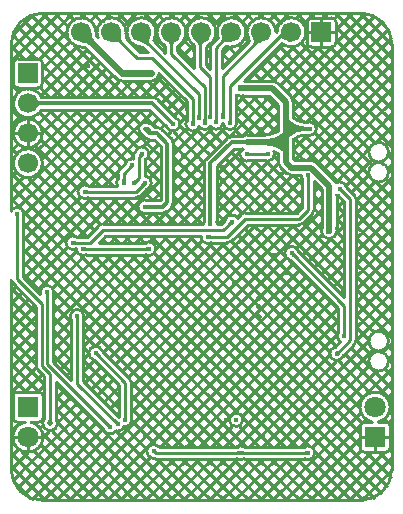
<source format=gbl>
G04 Layer: BottomLayer*
G04 EasyEDA Pro v2.1.57.773a98f1.225d47, 2024-05-26 20:13:26*
G04 Gerber Generator version 0.3*
G04 Scale: 100 percent, Rotated: No, Reflected: No*
G04 Dimensions in millimeters*
G04 Leading zeros omitted, absolute positions, 3 integers and 5 decimals*
%FSLAX35Y35*%
%MOMM*%
%ADD10C,0.254*%
%ADD11R,1.69926X1.69926*%
%ADD12C,1.69926*%
%ADD13C,1.8*%
%ADD14R,1.8X1.8*%
%ADD15R,1.8X1.8*%
%ADD16R,1.7X1.7*%
%ADD17C,1.7066*%
%ADD18C,1.7*%
%ADD19C,0.4*%
%ADD20C,0.6*%
%ADD21C,0.5*%
%ADD22C,0.3*%
G75*

G54D10*

G04 Copper Start*
G01X300000Y-4161646D02*
G02X38354Y-3900000I0J261646D01*
G01Y-2295724D01*
G03X52799Y-2324641I50546J7184D01*
G01X251206Y-2523047D01*
G01Y-3026734D01*
G03X266159Y-3062834I51054J0D01*
G01X317246Y-3113921D01*
G01Y-3473434D01*
G03X304946Y-3510947I51054J-37513D01*
G03X368300Y-3574301I63354J0D01*
G03X431654Y-3510947I0J63354D01*
G03X419354Y-3473434I-63354J0D01*
G01Y-3158555D01*
G01X820216Y-3559417D01*
G03X876300Y-3601654I56084J16117D01*
G03X925611Y-3574503I0J58354D01*
G03X939800Y-3576254I14189J56603D01*
G03X994755Y-3537525I0J58354D01*
G03X1003300Y-3538154I8545J57725D01*
G03X1061654Y-3479800I0J58354D01*
G03X1054354Y-3451539I-58354J0D01*
G01Y-3165836D01*
G03X1039401Y-3129735I-51054J0D01*
G01X809343Y-2899678D01*
G03X753259Y-2857441I-56084J-16117D01*
G03X694905Y-2915795I0J-58354D01*
G03X737142Y-2971879I58354J0D01*
G01X952246Y-3186983D01*
G01Y-3451539D01*
G03X950045Y-3455944I51054J-28261D01*
G01X647954Y-3153853D01*
G01Y-2631761D01*
G03X655254Y-2603500I-51054J28261D01*
G03X596900Y-2545146I-58354J0D01*
G03X538546Y-2603500I0J-58354D01*
G03X545846Y-2631761I58354J0D01*
G01Y-3140645D01*
G01X393954Y-2988753D01*
G01Y-2428561D01*
G03X401254Y-2400300I-51054J28261D01*
G03X342900Y-2341946I-58354J0D01*
G03X284546Y-2400300I0J-58354D01*
G03X286058Y-2413497I58354J0D01*
G01X139954Y-2267393D01*
G01Y-1768161D01*
G03X147254Y-1739900I-51054J28261D01*
G03X88900Y-1681546I-58354J0D01*
G03X38354Y-1710740I0J-58354D01*
G01Y-300000D01*
G02X300000Y-38354I261646J0D01*
G01X3000000D01*
G02X3261646Y-300000I0J-261646D01*
G01Y-3900000D01*
G02X3000000Y-4161646I-261646J0D01*
G01X300000D01*
G01X2735646Y-2921000D02*
G03X2794000Y-2979354I58354J0D01*
G03X2850084Y-2937117I0J58354D01*
G01X2944401Y-2842801D01*
G03X2959354Y-2806700I-36101J36101D01*
G01Y-1612900D01*
G03X2944401Y-1576799I-51054J0D01*
G01X2875484Y-1507883D01*
G03X2819400Y-1465646I-56084J-16117D01*
G03X2788970Y-1474208I0J-58354D01*
G03X2775298Y-1453802I-58470J-24392D01*
G01X2622898Y-1301402D01*
G03X2578100Y-1282846I-44798J-44798D01*
G01X2438442D01*
G01X2425554Y-1269958D01*
G01Y-1130442D01*
G01Y-1108398D01*
G02X2537200Y-1069354I111646J-140101D01*
G01X2541767D01*
G03X2565400Y-1074354I23633J53354D01*
G03X2623754Y-1016000I0J58354D01*
G03X2565400Y-957646I-58354J0D01*
G03X2541767Y-962646I0J-58354D01*
G01X2537200D01*
G02X2425554Y-923602I0J179146D01*
G01Y-787400D01*
G03X2406998Y-742602I-63354J0D01*
G01X2328068Y-663672D01*
G01X2328029Y-663633D01*
G01X2292698Y-628302D01*
G03X2247900Y-609746I-44798J-44798D01*
G01X2009472D01*
G01X2328087Y-291131D01*
G01X2329541Y-291743D01*
G03X2412000Y-323354I82459J91743D01*
G03X2535354Y-200000I0J123354D01*
G03X2412000Y-76646I-123354J0D01*
G03X2289527Y-185289I0J-123354D01*
G01X2281189Y-193627D01*
G03X2158000Y-76646I-123189J-6373D01*
G03X2034646Y-200000I0J-123354D01*
G03X2051708Y-262595I123354J0D01*
G01X2053275Y-267922D01*
G01X2053789Y-270110D01*
G01X1826060Y-497839D01*
G01Y-350141D01*
G01X1857834Y-318368D01*
G01X1859919Y-316413D01*
G01X1872935Y-319623D01*
G01X1874561Y-319986D01*
G01X1881189Y-321318D01*
G01X1883476Y-321706D01*
G01X1889242Y-322506D01*
G01X1891453Y-322748D01*
G01X1896087Y-323119D01*
G01X1898200Y-323229D01*
G01X1898786Y-323244D01*
G03X1903126Y-323351I5214J123244D01*
G01X1903128D01*
G01X1904075Y-323363D01*
G01X1905091Y-323349D01*
G03X2027354Y-200000I-1091J123349D01*
G03X1904000Y-76646I-123354J0D01*
G03X1780651Y-198909I0J-123354D01*
G01X1780638Y-199925D01*
G01X1780649Y-200872D01*
G01Y-200874D01*
G03X1780756Y-205214I123351J874D01*
G01X1780771Y-205800D01*
G01X1780881Y-207913D01*
G01X1781252Y-212548D01*
G01X1781494Y-214758D01*
G01X1782294Y-220524D01*
G01X1782682Y-222812D01*
G01X1784014Y-229439D01*
G01X1784377Y-231065D01*
G01X1787587Y-244081D01*
G01X1785633Y-246166D01*
G01X1738905Y-292893D01*
G03X1723952Y-328994I36101J-36101D01*
G01Y-508751D01*
G01X1689354Y-474153D01*
G01Y-322351D01*
G01X1691198Y-320717D01*
G01X1696476Y-316634D01*
G01X1707578Y-309091D01*
G03X1742457Y-281658I-57578J109091D01*
G01X1742574Y-281524D01*
G03X1773354Y-200000I-92574J81524D01*
G03X1650000Y-76646I-123354J0D01*
G03X1526646Y-200000I0J-123354D01*
G03X1557426Y-281524I123354J0D01*
G01X1557543Y-281658D01*
G03X1561792Y-286230I92457J81657D01*
G01X1563725Y-288301D01*
G01X1565290Y-289884D01*
G01X1578993Y-302959D01*
G01X1583416Y-307348D01*
G01X1584893Y-308980D01*
G01X1585596Y-309841D01*
G01X1586117Y-310553D01*
G01X1586433Y-311047D01*
G01X1586716Y-311562D01*
G01X1586763Y-311676D01*
G01X1586821Y-311841D01*
G01X1586885Y-312060D01*
G01X1586903Y-312134D01*
G01X1587069Y-313092D01*
G01X1587178Y-314190D01*
G01X1587246Y-316328D01*
G01Y-495300D01*
G03X1587395Y-499193I51054J0D01*
G01X1447054Y-358853D01*
G01Y-316341D01*
G01X1447146Y-313487D01*
G01X1458619Y-306553D01*
G01X1460027Y-305660D01*
G01X1465655Y-301915D01*
G01X1467547Y-300572D01*
G01X1472190Y-297060D01*
G01X1473923Y-295668D01*
G01X1477463Y-292653D01*
G01X1479035Y-291237D01*
G01X1479458Y-290835D01*
G03X1482609Y-287836I-83458J90835D01*
G01X1483988Y-286454D01*
G03X1488457Y-281658I-87988J86454D01*
G01X1488574Y-281524D01*
G03X1519354Y-200000I-92574J81524D01*
G03X1396000Y-76646I-123354J0D01*
G03X1272646Y-200000I0J-123354D01*
G03X1303426Y-281524I123354J0D01*
G01X1303543Y-281658D01*
G03X1308012Y-286454I92457J81657D01*
G01X1309391Y-287836D01*
G03X1312542Y-290835I86609J87836D01*
G01X1312965Y-291237D01*
G01X1314537Y-292653D01*
G01X1318077Y-295668D01*
G01X1319810Y-297060D01*
G01X1324453Y-300572D01*
G01X1326345Y-301915D01*
G01X1331973Y-305660D01*
G01X1333381Y-306553D01*
G01X1344854Y-313487D01*
G01X1344946Y-316341D01*
G01Y-373247D01*
G01X1244102Y-272403D01*
G01X1244129Y-272282D01*
G01X1245375Y-267959D01*
G01X1245891Y-266504D01*
G03X1265354Y-200000I-103891J66504D01*
G03X1142000Y-76646I-123354J0D01*
G03X1018646Y-200000I0J-123354D01*
G03X1133457Y-323058I123354J0D01*
G01X1134896Y-323205D01*
G01X1136098Y-323412D01*
G01X1137594Y-323761D01*
G01X1141086Y-324807D01*
G01X1144858Y-326204D01*
G01X1148897Y-327963D01*
G01X1152975Y-329997D01*
G01X1156881Y-332198D01*
G01X1160414Y-334439D01*
G01X1163364Y-336555D01*
G01X1165724Y-338497D01*
G01X1166893Y-339597D01*
G01X1195343Y-368046D01*
G01X1126047D01*
G01X1008932Y-250930D01*
G01X1008836Y-250111D01*
G01X1008674Y-247007D01*
G01X1008703Y-240801D01*
G01X1010406Y-216096D01*
G01X1010427Y-215779D01*
G01X1010510Y-214406D01*
G03X1011354Y-200000I-122510J14406D01*
G03X888000Y-76646I-123354J0D01*
G03X764646Y-200000I0J-123354D01*
G03X771655Y-240988I123354J0D01*
G01X764725Y-234058D01*
G01X763209Y-232411D01*
G01X762477Y-231465D01*
G01X761891Y-230557D01*
G01X761373Y-229586D01*
G01X760878Y-228448D01*
G01X760389Y-227053D01*
G01X759909Y-225325D01*
G01X759495Y-223413D01*
G01X758881Y-219465D01*
G01X758079Y-210466D01*
G01X757229Y-194455D01*
G03X634000Y-76646I-123229J-5545D01*
G03X510646Y-200000I0J-123354D01*
G03X627084Y-323160I123354J0D01*
G01X650438Y-324543D01*
G01X654641Y-325035D01*
G01X658536Y-325730D01*
G01X660233Y-326147D01*
G01X661788Y-326633D01*
G01X663045Y-327125D01*
G01X664085Y-327626D01*
G01X665011Y-328170D01*
G01X665927Y-328819D01*
G01X667232Y-329921D01*
G01X667776Y-330443D01*
G01X931766Y-594434D01*
G03X980100Y-614454I48334J48334D01*
G01X1224382D01*
G03X1292633Y-549835I0J68354D01*
G01X1524758Y-781959D01*
G01Y-948712D01*
G03X1516754Y-978208I50350J-29496D01*
G03X1575108Y-1036562I58354J0D01*
G03X1629352Y-999721I0J58354D01*
G03X1676400Y-1023554I47048J34521D01*
G03X1726649Y-994868I0J58354D01*
G03X1775006Y-1020560I48357J32662D01*
G03X1832419Y-972642I0J58354D01*
G01X1834402Y-972484D01*
G03X1892300Y-1023554I57898J7284D01*
G03X1950654Y-965200I0J58354D01*
G03X1943354Y-936939I-58354J0D01*
G01Y-730020D01*
G03X1981200Y-741454I37846J56920D01*
G03X2006862Y-736454I0J68354D01*
G01X2221658D01*
G01X2245750Y-760546D01*
G01X2245780Y-760576D01*
G01X2245794Y-760590D01*
G01X2298846Y-813642D01*
G01Y-1016470D01*
G01Y-1035246D01*
G02X2187200Y-1067088I-111646J179803D01*
G01X2032142D01*
G03X1998203Y-1076946I0J-63354D01*
G01X1905000D01*
G03X1867273Y-1092573I0J-53354D01*
G01X1687241Y-1272605D01*
G03X1671614Y-1310332I37727J-37727D01*
G01Y-1802935D01*
G03X1666684Y-1823706I53354J-23633D01*
G01X812458D01*
G03X776358Y-1838659I0J-51054D01*
G01X684871Y-1930146D01*
G01X587061D01*
G03X558800Y-1922846I-28261J-51054D01*
G03X500446Y-1981200I0J-58354D01*
G03X558800Y-2039554I58354J0D01*
G03X587061Y-2032254I0J58354D01*
G01X589347D01*
G03X647700Y-2090354I58353J254D01*
G03X675961Y-2083054I0J58354D01*
G01X1178239D01*
G03X1206500Y-2090354I28261J51054D01*
G03X1264854Y-2032000I0J58354D01*
G03X1206500Y-1973646I-58354J0D01*
G03X1178239Y-1980946I0J-58354D01*
G01X778474D01*
G01X833606Y-1925814D01*
G01X1643627D01*
G03X1643446Y-1930400I58173J-4586D01*
G03X1701800Y-1988754I58354J0D01*
G03X1730061Y-1981454I0J58354D01*
G01X1866900D01*
G03X1903001Y-1966501I0J51054D01*
G01X2040447Y-1829054D01*
G01X2476500D01*
G03X2512601Y-1814101I0J51054D01*
G01X2588801Y-1737901D01*
G03X2603754Y-1701800I-36101J36101D01*
G01Y-1461450D01*
G01X2667146Y-1524842D01*
G01Y-1853938D01*
G03X2662146Y-1879600I63354J-25662D01*
G03X2730500Y-1947954I68354J0D01*
G03X2798854Y-1879600I0J68354D01*
G03X2793854Y-1853938I-68354J0D01*
G01Y-1576465D01*
G03X2803283Y-1580084I25546J52465D01*
G01X2857246Y-1634047D01*
G01Y-2442145D01*
G01X2469084Y-2053983D01*
G03X2413000Y-2011746I-56084J-16117D01*
G03X2354646Y-2070100I0J-58354D01*
G03X2396883Y-2126184I58354J0D01*
G01X2806446Y-2535747D01*
G01Y-2740339D01*
G03X2799146Y-2768600I51054J-28261D01*
G03X2825440Y-2817358I58354J0D01*
G01X2777883Y-2864916D01*
G03X2735646Y-2921000I16117J-56084D01*
G01X1409700Y-1036254D02*
G03X1468054Y-977900I0J58354D01*
G03X1430716Y-923462I-58354J0D01*
G01X1269627Y-762373D01*
G03X1231900Y-746746I-37727J-37727D01*
G01X296288D01*
G01X293144Y-746645D01*
G01X293036Y-746635D01*
G01X292578Y-746023D01*
G01X285375Y-735175D01*
G01X284601Y-734052D01*
G01X279965Y-727582D01*
G01X278572Y-725756D01*
G01X274957Y-721301D01*
G01X273411Y-719510D01*
G01X271712Y-717662D01*
G03X269856Y-715643I-91712J-82438D01*
G01X269250Y-714984D01*
G01X267646Y-713341D01*
G01X267376Y-713080D01*
G03X263735Y-709571I-87376J-87020D01*
G01X263096Y-708984D01*
G01X263083Y-708972D01*
G01X261589Y-707632D01*
G01X261544Y-707593D01*
G03X180000Y-676783I-81544J-92507D01*
G03X56683Y-800100I0J-123317D01*
G03X180000Y-923417I123317J0D01*
G03X261544Y-892607I0J123317D01*
G01X261589Y-892568D01*
G03X266020Y-888461I-81589J92468D01*
G01X267457Y-887050D01*
G01X267921Y-886569D01*
G01X269436Y-885001D01*
G01X270750Y-883642D01*
G01Y-883641D01*
G01X272221Y-882030D01*
G01X276095Y-877535D01*
G01X277600Y-875674D01*
G01X281763Y-870185D01*
G01X283109Y-868295D01*
G01X291006Y-856460D01*
G01X293019Y-853583D01*
G01X295236Y-853461D01*
G01X295873Y-853454D01*
G01X1209800D01*
G01X1355262Y-998916D01*
G03X1409700Y-1036254I54438J21016D01*
G01X602046Y-1549400D02*
G03X660400Y-1607754I58354J0D01*
G03X688661Y-1600454I0J58354D01*
G01X1092200D01*
G03X1128301Y-1585501I0J51054D01*
G01X1184517Y-1529284D01*
G03X1226754Y-1473200I-16117J56084D01*
G03X1173160Y-1415041I-58354J0D01*
G01Y-1279806D01*
G03X1205860Y-1227394I-25654J52412D01*
G03X1147506Y-1169040I-58354J0D01*
G03X1091422Y-1211277I0J-58354D01*
G01X1086005Y-1216693D01*
G03X1071052Y-1252794I36101J-36101D01*
G01Y-1270147D01*
G03X1060130Y-1269116I-10922J-57323D01*
G03X1004046Y-1311353I0J-58354D01*
G01X954499Y-1360899D01*
G03X939546Y-1397000I36101J-36101D01*
G01Y-1444939D01*
G03X932246Y-1473200I51054J-28261D01*
G03X937942Y-1498346I58354J0D01*
G01X688661D01*
G03X660400Y-1491046I-28261J-51054D01*
G03X602046Y-1549400I0J-58354D01*
G01X1110046Y-1676400D02*
G03X1168400Y-1734754I58354J0D01*
G03X1192033Y-1729754I0J58354D01*
G01X1195629D01*
G01X1320800D01*
G03X1358527Y-1714127I0J53354D01*
G01X1396627Y-1676027D01*
G03X1412254Y-1638300I-37727J37727D01*
G01Y-1143000D01*
G03X1396627Y-1105273I-53354J0D01*
G01X1307727Y-1016373D01*
G03X1270000Y-1000746I-37727J-37727D01*
G01X1250653D01*
G03X1197868Y-965477I-56853J-27954D01*
G01X1197668Y-965464D01*
G03X1193800Y-965346I-3868J-63236D01*
G03X1186412Y-965778I0J-63354D01*
G03X1168400Y-962646I-18012J-50222D01*
G03X1115046Y-1016000I0J-53354D01*
G03X1130673Y-1053727I53354J0D01*
G01X1141718Y-1064772D01*
G03X1157728Y-1080782I52082J36072D01*
G01X1168773Y-1091827D01*
G03X1206500Y-1107454I37727J37727D01*
G01X1247900D01*
G01X1305546Y-1165100D01*
G01Y-1616200D01*
G01X1298700Y-1623046D01*
G01X1195629D01*
G01X1192033D01*
G03X1168400Y-1618046I-23633J-53354D01*
G03X1110046Y-1676400I0J-58354D01*
G01X2524439Y-3810254D02*
G03X2552700Y-3817554I28261J51054D01*
G03X2611054Y-3759200I0J58354D01*
G03X2552700Y-3700846I-58354J0D01*
G03X2524439Y-3708146I0J-58354D01*
G01X2009461D01*
G03X1981200Y-3700846I-28261J-51054D01*
G03X1952939Y-3708146I0J-58354D01*
G01X1288579D01*
G03X1283288Y-3702814I-43979J-38354D01*
G01X1283107Y-3702655D01*
G03X1244600Y-3688146I-38507J-43845D01*
G03X1186246Y-3746500I0J-58354D01*
G03X1231809Y-3803435I58354J0D01*
G03X1257300Y-3810254I25491J44235D01*
G01X1271829D01*
G01X1952939D01*
G03X1981200Y-3817554I28261J51054D01*
G03X2009461Y-3810254I0J58354D01*
G01X2524439D01*
G01X2991646Y-3717000D02*
G03X3030000Y-3755354I38354J0D01*
G01X3210000D01*
G03X3248354Y-3717000I0J38354D01*
G01Y-3537000D01*
G03X3210000Y-3498646I-38354J0D01*
G01X3146225D01*
G03X3248354Y-3373000I-26225J125646D01*
G03X3120000Y-3244646I-128354J0D01*
G03X2991646Y-3373000I0J-128354D01*
G03X3093775Y-3498646I128354J0D01*
G01X3030000D01*
G03X2991646Y-3537000I0J-38354D01*
G01Y-3717000D01*
G01X180000Y-3755354D02*
G03X308354Y-3627000I0J128354D01*
G03X206225Y-3501354I-128354J0D01*
G01X270000D01*
G03X308354Y-3463000I0J38354D01*
G01Y-3283000D01*
G03X270000Y-3244646I-38354J0D01*
G01X90000D01*
G03X51646Y-3283000I0J-38354D01*
G01Y-3463000D01*
G03X90000Y-3501354I38354J0D01*
G01X153775D01*
G03X51646Y-3627000I26225J-125646D01*
G03X180000Y-3755354I128354J0D01*
G01X2751000Y-323354D02*
G03X2789354Y-285000I0J38354D01*
G01Y-115000D01*
G03X2751000Y-76646I-38354J0D01*
G01X2581000D01*
G03X2542646Y-115000I0J-38354D01*
G01Y-285000D01*
G03X2581000Y-323354I38354J0D01*
G01X2751000D01*
G01X56683Y-1054100D02*
G03X180000Y-1177417I123317J0D01*
G03X303317Y-1054100I0J123317D01*
G03X180000Y-930783I-123317J0D01*
G03X56683Y-1054100I0J-123317D01*
G01X56683Y-1308100D02*
G03X180000Y-1431417I123317J0D01*
G03X303317Y-1308100I0J123317D01*
G03X180000Y-1184783I-123317J0D01*
G03X56683Y-1308100I0J-123317D01*
G01X56683Y-631063D02*
G03X95037Y-669417I38354J0D01*
G01X264963D01*
G03X303317Y-631063I0J38354D01*
G01Y-461137D01*
G03X264963Y-422783I-38354J0D01*
G01X95037D01*
G03X56683Y-461137I0J-38354D01*
G01Y-631063D01*
G01X3149878Y-1298222D02*
G03X3233190Y-1214910I0J83312D01*
G03X3149878Y-1131598I-83312J0D01*
G03X3066566Y-1214910I0J-83312D01*
G03X3149878Y-1298222I83312J0D01*
G01X3149878Y-1468402D02*
G03X3233190Y-1385090I0J83312D01*
G03X3149878Y-1301778I-83312J0D01*
G03X3066566Y-1385090I0J-83312D01*
G03X3149878Y-1468402I83312J0D01*
G01X3149878Y-2898222D02*
G03X3233190Y-2814910I0J83312D01*
G03X3149878Y-2731598I-83312J0D01*
G03X3066566Y-2814910I0J-83312D01*
G03X3149878Y-2898222I83312J0D01*
G01X3066566Y-2985090D02*
G03X3149878Y-3068402I83312J0D01*
G03X3233190Y-2985090I0J83312D01*
G03X3149878Y-2901778I-83312J0D01*
G03X3066566Y-2985090I0J-83312D01*
G01X1943100Y-3538154D02*
G03X2001454Y-3479800I0J58354D01*
G03X1943100Y-3421446I-58354J0D01*
G03X1884746Y-3479800I0J-58354D01*
G03X1943100Y-3538154I58354J0D01*
G01X3004178Y-4161613D02*
G01X3261613Y-3904178D01*
G01X2896382Y-4161646D02*
G01X3261646Y-3796382D01*
G01X2788619Y-4161646D02*
G01X3194911Y-3755354D01*
G01X3248354Y-3701911D02*
G01X3261646Y-3688619D01*
G01X2680856Y-4161646D02*
G01X3087148Y-3755354D01*
G01X3248354Y-3594148D02*
G01X3261646Y-3580856D01*
G01X2573093Y-4161646D02*
G01X2997451Y-3737287D01*
G01X3230287Y-3504451D02*
G01X3261646Y-3473093D01*
G01X2465329Y-4161646D02*
G01X2991646Y-3635329D01*
G01X3248225Y-3378750D02*
G01X3261646Y-3365329D01*
G01X2357566Y-4161646D02*
G01X2993277Y-3525935D01*
G01X3018935Y-3500277D02*
G01X3043298Y-3475915D01*
G01X3222915Y-3296298D02*
G01X3261646Y-3257566D01*
G01X2249803Y-4161646D02*
G01X2998140Y-3413309D01*
G01X3160309Y-3251140D02*
G01X3261646Y-3149803D01*
G01X2142040Y-4161646D02*
G01X2493432Y-3810254D01*
G01X2589651Y-3714036D02*
G01X3261646Y-3042040D01*
G01X2034277Y-4161646D02*
G01X2385669Y-3810254D01*
G01X2487777Y-3708146D02*
G01X3129942Y-3065982D01*
G01X3230769Y-2965154D02*
G01X3261646Y-2934277D01*
G01X1926514Y-4161646D02*
G01X2277906Y-3810254D01*
G01X2380014Y-3708146D02*
G01X3072412Y-3015748D01*
G01X3180536Y-2907624D02*
G01X3261646Y-2826514D01*
G01X1818751Y-4161646D02*
G01X2170143Y-3810254D01*
G01X2272251Y-3708146D02*
G01X3099291Y-2881106D01*
G01X3216074Y-2764323D02*
G01X3261646Y-2718751D01*
G01X1710988Y-4161646D02*
G01X2062380Y-3810254D01*
G01X2164488Y-3708146D02*
G01X3067095Y-2805539D01*
G01X3140507Y-2732127D02*
G01X3261646Y-2610988D01*
G01X1603225Y-4161646D02*
G01X1954029Y-3810842D01*
G01X2056725Y-3708146D02*
G01X2786060Y-2978811D01*
G01X2959354Y-2805517D02*
G01X3261646Y-2503225D01*
G01X1495462Y-4161646D02*
G01X1846854Y-3810254D01*
G01X1948962Y-3708146D02*
G01X2735648Y-2921460D01*
G01X2959354Y-2697754D02*
G01X3261646Y-2395462D01*
G01X1387699Y-4161646D02*
G01X1739091Y-3810254D01*
G01X1841199Y-3708146D02*
G01X2803965Y-2745380D01*
G01X2959354Y-2589991D02*
G01X3261646Y-2287699D01*
G01X1279936Y-4161646D02*
G01X1631328Y-3810254D01*
G01X1733436Y-3708146D02*
G01X1912250Y-3529332D01*
G01X1992632Y-3448950D02*
G01X2806446Y-2635136D01*
G01X2959354Y-2482228D02*
G01X3261646Y-2179936D01*
G01X1172173Y-4161646D02*
G01X1523565Y-3810254D01*
G01X1625673Y-3708146D02*
G01X2802259Y-2531560D01*
G01X2959354Y-2374465D02*
G01X3261646Y-2072173D01*
G01X1064410Y-4161646D02*
G01X1415802Y-3810254D01*
G01X1517910Y-3708146D02*
G01X2748377Y-2477678D01*
G01X2820578Y-2405477D02*
G01X2857246Y-2368810D01*
G01X2959354Y-2266702D02*
G01X3261646Y-1964409D01*
G01X956646Y-4161646D02*
G01X1308038Y-3810254D01*
G01X1410146Y-3708146D02*
G01X2694496Y-2423797D01*
G01X2766697Y-2351596D02*
G01X2857246Y-2261046D01*
G01X2959354Y-2158938D02*
G01X3261646Y-1856646D01*
G01X848883Y-4161646D02*
G01X1214212Y-3796317D01*
G01X1302383Y-3708146D02*
G01X2640614Y-2369915D01*
G01X2712815Y-2297714D02*
G01X2857246Y-2153283D01*
G01X2959354Y-2051175D02*
G01X3261646Y-1748883D01*
G01X741120Y-4161646D02*
G01X2586733Y-2316034D01*
G01X2658934Y-2243833D02*
G01X2857246Y-2045520D01*
G01X2959354Y-1943412D02*
G01X3261646Y-1641120D01*
G01X633357Y-4161646D02*
G01X2532851Y-2262152D01*
G01X2605052Y-2189951D02*
G01X2857246Y-1937757D01*
G01X2959354Y-1835649D02*
G01X3261646Y-1533357D01*
G01X525594Y-4161646D02*
G01X2478969Y-2208271D01*
G01X2551171Y-2136069D02*
G01X2739941Y-1947299D01*
G01X2798199Y-1889041D02*
G01X2857246Y-1829994D01*
G01X2959354Y-1727886D02*
G01X3261646Y-1425594D01*
G01X417831Y-4161646D02*
G01X2425088Y-2154389D01*
G01X2497289Y-2082188D02*
G01X2669344Y-1910133D01*
G01X2793854Y-1785623D02*
G01X2857246Y-1722231D01*
G01X2959354Y-1620123D02*
G01X3117587Y-1461890D01*
G01X3226678Y-1352799D02*
G01X3261646Y-1317831D01*
G01X310068Y-4161646D02*
G01X870363Y-3601351D01*
G01X1054354Y-3417360D02*
G01X2366439Y-2105275D01*
G01X2448175Y-2023539D02*
G01X2667146Y-1804568D01*
G01X2793854Y-1677860D02*
G01X2847456Y-1624258D01*
G01X2919658Y-1552056D02*
G01X3068550Y-1403164D01*
G01X3167952Y-1303762D02*
G01X3178599Y-1293115D01*
G01X3228082Y-1243632D02*
G01X3261646Y-1210068D01*
G01X216116Y-4147835D02*
G01X812375Y-3551576D01*
G01X929026Y-3434925D02*
G01X952246Y-3411705D01*
G01X1054354Y-3309597D02*
G01X2667146Y-1696805D01*
G01X2869638Y-1494313D02*
G01X3090550Y-1273400D01*
G01X3208368Y-1155582D02*
G01X3261646Y-1102305D01*
G01X145228Y-4110960D02*
G01X758493Y-3497695D01*
G01X875145Y-3381043D02*
G01X952246Y-3303942D01*
G01X1054354Y-3201834D02*
G01X2427134Y-1829054D01*
G01X2603754Y-1652434D02*
G01X2667146Y-1589042D01*
G01X2786745Y-1469442D02*
G01X3072732Y-1183456D01*
G01X3118424Y-1137764D02*
G01X3261646Y-994542D01*
G01X91007Y-4057418D02*
G01X704612Y-3443813D01*
G01X821263Y-3327162D02*
G01X952246Y-3196179D01*
G01X1029045Y-3119380D02*
G01X2319371Y-1829054D01*
G01X2603754Y-1544671D02*
G01X2645364Y-1503060D01*
G01X2734960Y-1413464D02*
G01X3261646Y-886779D01*
G01X53351Y-3987310D02*
G01X650730Y-3389931D01*
G01X767381Y-3273280D02*
G01X902962Y-3137699D01*
G01X975164Y-3065498D02*
G01X2211608Y-1829054D01*
G01X2681079Y-1359583D02*
G01X3261646Y-779016D01*
G01X38354Y-3894545D02*
G01X177568Y-3755331D01*
G01X308331Y-3624568D02*
G01X359248Y-3573651D01*
G01X431004Y-3501895D02*
G01X596849Y-3336050D01*
G01X713500Y-3219399D02*
G01X849081Y-3083818D01*
G01X921282Y-3011617D02*
G01X2103845Y-1829054D01*
G01X2627197Y-1305701D02*
G01X3261646Y-671253D01*
G01X38354Y-3786782D02*
G01X98762Y-3726374D01*
G01X279373Y-3545762D02*
G01X305539Y-3519596D01*
G01X419354Y-3405782D02*
G01X542967Y-3282168D01*
G01X659618Y-3165517D02*
G01X795199Y-3029936D01*
G01X867400Y-2957735D02*
G01X1843682Y-1981454D01*
G01X2542289Y-1282846D02*
G01X3261646Y-563490D01*
G01X38354Y-3679018D02*
G01X56262Y-3661111D01*
G01X214111Y-3503262D02*
G01X216019Y-3501354D01*
G01X308354Y-3409019D02*
G01X317246Y-3400126D01*
G01X419354Y-3298018D02*
G01X489086Y-3228287D01*
G01X647954Y-3069418D02*
G01X741318Y-2976055D01*
G01X813519Y-2903854D02*
G01X1735918Y-1981454D01*
G01X2436484Y-1280888D02*
G01X3261646Y-455726D01*
G01X38354Y-3571255D02*
G01X108255Y-3501354D01*
G01X308354Y-3301256D02*
G01X317246Y-3292363D01*
G01X419354Y-3190255D02*
G01X435204Y-3174405D01*
G01X507405Y-3102204D02*
G01X545846Y-3063763D01*
G01X647954Y-2961655D02*
G01X694916Y-2914694D01*
G01X752158Y-2857451D02*
G01X1650818Y-1958791D01*
G01X2425554Y-1184055D02*
G01X2540255Y-1069354D01*
G01X2618282Y-991328D02*
G01X3261646Y-347963D01*
G01X38354Y-3463492D02*
G01X51646Y-3450200D01*
G01X257200Y-3244646D02*
G01X317246Y-3184600D01*
G01X453524Y-3048323D02*
G01X545846Y-2956000D01*
G01X647954Y-2853892D02*
G01X1576032Y-1925814D01*
G01X2539200Y-962646D02*
G01X3255984Y-245862D01*
G01X38354Y-3355729D02*
G01X51646Y-3342437D01*
G01X149437Y-3244646D02*
G01X298704Y-3095379D01*
G01X399642Y-2994441D02*
G01X545846Y-2848237D01*
G01X647954Y-2746129D02*
G01X1468269Y-1925814D01*
G01X1570377Y-1823706D02*
G01X1671614Y-1722469D01*
G01X2452646Y-941437D02*
G01X3225973Y-168110D01*
G01X38354Y-3247966D02*
G01X251803Y-3034517D01*
G01X393954Y-2892366D02*
G01X545846Y-2740474D01*
G01X647954Y-2638366D02*
G01X1196781Y-2089539D01*
G01X1264039Y-2022281D02*
G01X1360506Y-1925814D01*
G01X1462614Y-1823706D02*
G01X1671614Y-1614706D01*
G01X2222135Y-1064185D02*
G01X2298846Y-987474D01*
G01X2425554Y-860766D02*
G01X3178045Y-108275D01*
G01X38354Y-3140203D02*
G01X251206Y-2927351D01*
G01X393954Y-2784603D02*
G01X545846Y-2632711D01*
G01X625769Y-2552788D02*
G01X1095503Y-2083054D01*
G01X1204889Y-1973668D02*
G01X1252743Y-1925814D01*
G01X1354851Y-1823706D02*
G01X1671614Y-1506943D01*
G01X2111469Y-1067088D02*
G01X2298846Y-879711D01*
G01X2419072Y-759485D02*
G01X3114042Y-64515D01*
G01X38354Y-3032440D02*
G01X251206Y-2819588D01*
G01X393954Y-2676840D02*
G01X987740Y-2083054D01*
G01X1089848Y-1980946D02*
G01X1144980Y-1925814D01*
G01X1247088Y-1823706D02*
G01X1349272Y-1721522D01*
G01X1404022Y-1666772D02*
G01X1671614Y-1399180D01*
G01X1993848Y-1076946D02*
G01X2277999Y-792795D01*
G01X2367595Y-703199D02*
G01X2747440Y-323354D01*
G01X2789354Y-281440D02*
G01X3030640Y-40154D01*
G01X38354Y-2924677D02*
G01X251206Y-2711825D01*
G01X393954Y-2569077D02*
G01X879977Y-2083054D01*
G01X982085Y-1980946D02*
G01X1037217Y-1925814D01*
G01X1139325Y-1823706D02*
G01X1233277Y-1729754D01*
G01X1412254Y-1550777D02*
G01X1677988Y-1285043D01*
G01X1879711Y-1083320D02*
G01X2224117Y-738913D01*
G01X2313713Y-649317D02*
G01X2639677Y-323354D01*
G01X2789354Y-173677D02*
G01X2924677Y-38354D01*
G01X38354Y-2816914D02*
G01X251206Y-2604062D01*
G01X393954Y-2461314D02*
G01X772214Y-2083054D01*
G01X874322Y-1980946D02*
G01X929454Y-1925814D01*
G01X1031562Y-1823706D02*
G01X1132705Y-1722563D01*
G01X1232222Y-1623046D02*
G01X1305546Y-1549722D01*
G01X1412254Y-1443014D02*
G01X1849937Y-1005331D01*
G01X1943354Y-911914D02*
G01X2118814Y-736454D01*
G01X2245522Y-609746D02*
G01X2549050Y-306218D01*
G01X2772218Y-83050D02*
G01X2816914Y-38354D01*
G01X38354Y-2709151D02*
G01X237832Y-2509673D01*
G01X386259Y-2361246D02*
G01X658082Y-2089423D01*
G01X923799Y-1823706D02*
G01X1305546Y-1441959D01*
G01X1412254Y-1335251D02*
G01X1739212Y-1008293D01*
G01X1943354Y-804151D02*
G01X2011051Y-736454D01*
G01X2137759Y-609746D02*
G01X2424819Y-322686D01*
G01X2534686Y-212819D02*
G01X2542646Y-204859D01*
G01X2670859Y-76646D02*
G01X2709151Y-38354D01*
G01X38354Y-2601388D02*
G01X183950Y-2455791D01*
G01X256151Y-2383590D02*
G01X591618Y-2048124D01*
G01X816036Y-1823706D02*
G01X1039288Y-1600454D01*
G01X1208723Y-1431019D02*
G01X1305546Y-1334196D01*
G01X1412254Y-1227488D02*
G01X1634219Y-1005523D01*
G01X2029996Y-609746D02*
G01X2339756Y-299985D01*
G01X2511985Y-127757D02*
G01X2601388Y-38354D01*
G01X38354Y-2493625D02*
G01X130069Y-2401910D01*
G01X202270Y-2329709D02*
G01X513722Y-2018256D01*
G01X601833Y-1930146D02*
G01X931525Y-1600454D01*
G01X1173160Y-1358819D02*
G01X1305546Y-1226433D01*
G01X1408539Y-1123440D02*
G01X1524580Y-1007399D01*
G01X2449496Y-82483D02*
G01X2493625Y-38354D01*
G01X38354Y-2385862D02*
G01X76187Y-2348028D01*
G01X148388Y-2275827D02*
G01X823762Y-1600454D01*
G01X925870Y-1498346D02*
G01X934602Y-1489614D01*
G01X1205248Y-1218967D02*
G01X1282331Y-1141885D01*
G01X1357785Y-1066431D02*
G01X1391029Y-1033186D01*
G01X1464986Y-959229D02*
G01X1524758Y-899458D01*
G01X2271804Y-152411D02*
G01X2385862Y-38354D01*
G01X139954Y-2176499D02*
G01X715999Y-1600454D01*
G01X818107Y-1498346D02*
G01X948881Y-1367572D01*
G01X1045463Y-1270989D02*
G01X1071687Y-1244765D01*
G01X1147412Y-1169040D02*
G01X1208999Y-1107454D01*
G01X1303709Y-1012744D02*
G01X1336399Y-980053D01*
G01X1411853Y-904599D02*
G01X1524758Y-791695D01*
G01X1826060Y-490392D02*
G01X2052196Y-264256D01*
G01X2221941Y-94512D02*
G01X2278099Y-38354D01*
G01X139954Y-2068735D02*
G01X618586Y-1590103D01*
G01X710343Y-1498346D02*
G01X1142632Y-1066057D01*
G01X1231157Y-977532D02*
G01X1282518Y-926172D01*
G01X1357972Y-850718D02*
G01X1475744Y-732945D01*
G01X1711945Y-496744D02*
G01X1723952Y-484737D01*
G01X1826060Y-382629D02*
G01X1886556Y-322134D01*
G01X2026117Y-182573D02*
G01X2038237Y-170452D01*
G01X2128452Y-80238D02*
G01X2170335Y-38354D01*
G01X139954Y-1960972D02*
G01X1228636Y-872290D01*
G01X1304090Y-796836D02*
G01X1421863Y-679064D01*
G01X1689354Y-411572D02*
G01X1723952Y-376974D01*
G01X1989674Y-111252D02*
G01X2062572Y-38354D01*
G01X139954Y-1853209D02*
G01X1139709Y-853454D01*
G01X1244827Y-748336D02*
G01X1367981Y-625182D01*
G01X1540682Y-452481D02*
G01X1587246Y-405917D01*
G01X1771423Y-221740D02*
G01X1781205Y-211958D01*
G01X1915938Y-77225D02*
G01X1954809Y-38354D01*
G01X147228Y-1738172D02*
G01X1031946Y-853454D01*
G01X1138654Y-746746D02*
G01X1314099Y-571301D01*
G01X1486801Y-398599D02*
G01X1580724Y-304676D01*
G01X1753110Y-132291D02*
G01X1847046Y-38354D01*
G01X95694Y-1681943D02*
G01X924183Y-853454D01*
G01X1030891Y-746746D02*
G01X1163183Y-614454D01*
G01X1447054Y-330583D02*
G01X1534452Y-243185D01*
G01X1693185Y-84452D02*
G01X1739283Y-38354D01*
G01X38354Y-1631520D02*
G01X816420Y-853454D01*
G01X923128Y-746746D02*
G01X1055420Y-614454D01*
G01X1320787Y-349087D02*
G01X1344946Y-324928D01*
G01X1511954Y-157920D02*
G01X1631520Y-38354D01*
G01X38354Y-1523757D02*
G01X138049Y-1424062D01*
G01X295962Y-1266149D02*
G01X708657Y-853454D01*
G01X815365Y-746746D02*
G01X953181Y-608930D01*
G01X1194065Y-368046D02*
G01X1194704Y-367407D01*
G01X1266905Y-295206D02*
G01X1293493Y-268618D01*
G01X1464618Y-97493D02*
G01X1523757Y-38354D01*
G01X38354Y-1415994D02*
G01X77574Y-1376774D01*
G01X248674Y-1205674D02*
G01X600894Y-853454D01*
G01X707602Y-746746D02*
G01X895840Y-558508D01*
G01X1106175Y-348173D02*
G01X1131446Y-322902D01*
G01X1264902Y-189446D02*
G01X1274265Y-180083D01*
G01X1376083Y-78265D02*
G01X1415994Y-38354D01*
G01X38354Y-1308231D02*
G01X58282Y-1288302D01*
G01X160202Y-1186383D02*
G01X169607Y-1176978D01*
G01X302878Y-1043707D02*
G01X493131Y-853454D01*
G01X599839Y-746746D02*
G01X841959Y-504626D01*
G01X1052293Y-294292D02*
G01X1057098Y-289487D01*
G01X1231487Y-115098D02*
G01X1308231Y-38354D01*
G01X38354Y-1200468D02*
G01X95195Y-1143627D01*
G01X269527Y-969295D02*
G01X385368Y-853454D01*
G01X492076Y-746746D02*
G01X788077Y-450744D01*
G01X1009494Y-229328D02*
G01X1020078Y-218743D01*
G01X1160743Y-78079D02*
G01X1200468Y-38354D01*
G01X38354Y-1092705D02*
G01X58129Y-1072930D01*
G01X198830Y-932229D02*
G01X211817Y-919242D01*
G01X384313Y-746746D02*
G01X734196Y-396863D01*
G01X994055Y-137004D02*
G01X1092705Y-38354D01*
G01X38354Y-984942D02*
G01X117117Y-906179D01*
G01X286471Y-736825D02*
G01X680314Y-342981D01*
G01X936650Y-86645D02*
G01X984942Y-38354D01*
G01X38354Y-877179D02*
G01X66714Y-848818D01*
G01X228718Y-686814D02*
G01X246116Y-669417D01*
G01X303317Y-612216D02*
G01X597655Y-317878D01*
G01X751878Y-163655D02*
G01X788658Y-126874D01*
G01X814874Y-100658D02*
G01X877179Y-38354D01*
G01X38354Y-769415D02*
G01X80452Y-727318D01*
G01X107217Y-700552D02*
G01X138352Y-669417D01*
G01X303317Y-504453D02*
G01X534652Y-273117D01*
G01X707117Y-100652D02*
G01X769415Y-38354D01*
G01X38354Y-661652D02*
G01X58214Y-641792D01*
G01X275692Y-424314D02*
G01X511151Y-188856D01*
G01X622856Y-77151D02*
G01X661652Y-38354D01*
G01X38354Y-553889D02*
G01X56683Y-535560D01*
G01X169460Y-422783D02*
G01X553889Y-38354D01*
G01X38354Y-446126D02*
G01X446126Y-38354D01*
G01X38354Y-338363D02*
G01X338363Y-38354D01*
G01X51824Y-217130D02*
G01X217130Y-51824D01*
G01X3216723Y-153406D02*
G01X3146594Y-83277D01*
G01X3261646Y-306092D02*
G01X2993908Y-38354D01*
G01X3261646Y-413855D02*
G01X2886145Y-38354D01*
G01X3261646Y-521618D02*
G01X2778382Y-38354D01*
G01X3261646Y-629381D02*
G01X2789354Y-157089D01*
G01X2708911Y-76646D02*
G01X2670619Y-38354D01*
G01X3261646Y-737144D02*
G01X2789354Y-264852D01*
G01X2601148Y-76646D02*
G01X2562856Y-38354D01*
G01X3261646Y-844907D02*
G01X2740092Y-323354D01*
G01X2542646Y-125908D02*
G01X2455093Y-38354D01*
G01X3261646Y-952671D02*
G01X2632329Y-323354D01*
G01X2542646Y-233671D02*
G01X2532993Y-224018D01*
G01X2387982Y-79007D02*
G01X2347329Y-38354D01*
G01X3261646Y-1060434D02*
G01X2493664Y-292451D01*
G01X2319549Y-118336D02*
G01X2239566Y-38354D01*
G01X3261646Y-1168197D02*
G01X2416713Y-323264D01*
G01X2284133Y-190683D02*
G01X2280692Y-187243D01*
G01X2170757Y-77308D02*
G01X2131803Y-38354D01*
G01X3261646Y-1275960D02*
G01X3228410Y-1242724D01*
G01X3122064Y-1136378D02*
G01X2302452Y-316766D01*
G01X2085724Y-100038D02*
G01X2024040Y-38354D01*
G01X3261646Y-1383723D02*
G01X3222894Y-1344971D01*
G01X3189997Y-1312074D02*
G01X3172901Y-1294978D01*
G01X3069810Y-1191887D02*
G01X2248571Y-370648D01*
G01X2040470Y-162546D02*
G01X1997726Y-119803D01*
G01X1984197Y-106274D02*
G01X1916277Y-38354D01*
G01X3261646Y-1491486D02*
G01X3211413Y-1441253D01*
G01X3093715Y-1323555D02*
G01X2194689Y-424529D01*
G01X2047029Y-276869D02*
G01X2017788Y-247628D01*
G01X1856372Y-86212D02*
G01X1808514Y-38354D01*
G01X3261646Y-1599249D02*
G01X3127828Y-1465431D01*
G01X3069537Y-1407140D02*
G01X2415409Y-753012D01*
G01X2282288Y-619891D02*
G01X2140808Y-478411D01*
G01X1993148Y-330751D02*
G01X1967906Y-305509D01*
G01X1798491Y-136094D02*
G01X1700751Y-38354D01*
G01X3261646Y-1707012D02*
G01X2609196Y-1054562D01*
G01X2516024Y-961390D02*
G01X2425554Y-870920D01*
G01X2164380Y-609746D02*
G01X2086926Y-532292D01*
G01X1939266Y-384632D02*
G01X1874635Y-320001D01*
G01X1783999Y-229365D02*
G01X1772110Y-217476D01*
G01X1632524Y-77890D02*
G01X1592988Y-38354D01*
G01X3261646Y-1814775D02*
G01X2517330Y-1070459D01*
G01X2298846Y-851975D02*
G01X2183325Y-736454D01*
G01X2056617Y-609746D02*
G01X2033045Y-586174D01*
G01X1885385Y-438514D02*
G01X1826060Y-379189D01*
G01X1739335Y-292464D02*
G01X1735646Y-288775D01*
G01X1561225Y-114354D02*
G01X1485225Y-38354D01*
G01X3261646Y-1922538D02*
G01X2959354Y-1620246D01*
G01X2806254Y-1467146D02*
G01X2438261Y-1099153D01*
G01X2298846Y-959738D02*
G01X2075562Y-736454D01*
G01X1831503Y-492396D02*
G01X1826060Y-486952D01*
G01X1723952Y-384844D02*
G01X1689354Y-350246D01*
G01X1527220Y-188113D02*
G01X1517435Y-178327D01*
G01X1417673Y-78565D02*
G01X1377462Y-38354D01*
G01X3261646Y-2030301D02*
G01X2959354Y-1728009D01*
G01X2514191Y-1282846D02*
G01X2425554Y-1194209D01*
G01X2277977Y-1046632D02*
G01X1972204Y-740859D01*
G01X1723952Y-492607D02*
G01X1689354Y-458009D01*
G01X1587246Y-355901D02*
G01X1499088Y-267743D01*
G01X1328257Y-96912D02*
G01X1269699Y-38354D01*
G01X3261646Y-2138064D02*
G01X2959354Y-1835772D01*
G01X2857246Y-1733664D02*
G01X2793854Y-1670272D01*
G01X2667146Y-1543564D02*
G01X2603754Y-1480172D01*
G01X2190642Y-1067060D02*
G01X1943354Y-819772D01*
G01X1587246Y-463664D02*
G01X1447054Y-323472D01*
G01X1280437Y-156856D02*
G01X1161936Y-38354D01*
G01X3261646Y-2245827D02*
G01X2959354Y-1943535D01*
G01X2857246Y-1841427D02*
G01X2793854Y-1778035D01*
G01X2667146Y-1651327D02*
G01X2603754Y-1587935D01*
G01X2082907Y-1067088D02*
G01X1943354Y-927535D01*
G01X1344946Y-329127D02*
G01X1257940Y-242121D01*
G01X1099879Y-84060D02*
G01X1054173Y-38354D01*
G01X3261646Y-2353591D02*
G01X2959354Y-2051298D01*
G01X2857246Y-1949190D02*
G01X2798058Y-1890002D01*
G01X2667146Y-1759091D02*
G01X2603754Y-1695698D01*
G01X1985002Y-1076946D02*
G01X1922926Y-1014871D01*
G01X1039471Y-131415D02*
G01X946410Y-38354D01*
G01X3261646Y-2461354D02*
G01X2959354Y-2159062D01*
G01X2857246Y-2056954D02*
G01X2746377Y-1946084D01*
G01X2664016Y-1863723D02*
G01X2563497Y-1763204D01*
G01X1882306Y-1082013D02*
G01X1809538Y-1009246D01*
G01X1168338Y-368046D02*
G01X1122017Y-321725D01*
G01X1020276Y-219983D02*
G01X1010897Y-210605D01*
G01X877395Y-77103D02*
G01X838646Y-38354D01*
G01X3261646Y-2569117D02*
G01X2959354Y-2266825D01*
G01X2857246Y-2164717D02*
G01X2509492Y-1816962D01*
G01X1826188Y-1133658D02*
G01X1707257Y-1014728D01*
G01X1524758Y-832228D02*
G01X1279311Y-586782D01*
G01X803070Y-110540D02*
G01X730883Y-38354D01*
G01X3261646Y-2676880D02*
G01X2959354Y-2374588D01*
G01X2857246Y-2272480D02*
G01X2413820Y-1829054D01*
G01X1772306Y-1187540D02*
G01X1609855Y-1025089D01*
G01X1524758Y-939991D02*
G01X1199220Y-614454D01*
G01X766071Y-181305D02*
G01X753263Y-168497D01*
G01X665503Y-80737D02*
G01X623120Y-38354D01*
G01X3261646Y-2784643D02*
G01X2959354Y-2482351D01*
G01X2857246Y-2380243D02*
G01X2306057Y-1829054D01*
G01X1718425Y-1241421D02*
G01X1466823Y-989820D01*
G01X1223749Y-746746D02*
G01X1091457Y-614454D01*
G01X570969Y-93966D02*
G01X515357Y-38354D01*
G01X3261646Y-2892406D02*
G01X3223377Y-2854137D01*
G01X3110651Y-2741411D02*
G01X2959354Y-2590114D01*
G01X2387066Y-2017826D02*
G01X2198294Y-1829054D01*
G01X1672135Y-1302895D02*
G01X1405330Y-1036090D01*
G01X1115986Y-746746D02*
G01X983694Y-614454D01*
G01X520629Y-151388D02*
G01X407594Y-38354D01*
G01X3261646Y-3000169D02*
G01X3231886Y-2970409D01*
G01X3164559Y-2903082D02*
G01X3159178Y-2897701D01*
G01X3067087Y-2805610D02*
G01X2959354Y-2697877D01*
G01X2806446Y-2544969D02*
G01X2379009Y-2117532D01*
G01X2365568Y-2104091D02*
G01X2090531Y-1829054D01*
G01X1671614Y-1410137D02*
G01X1412254Y-1150777D01*
G01X1262223Y-1000746D02*
G01X1114931Y-853454D01*
G01X1008223Y-746746D02*
G01X560663Y-299186D01*
G01X534814Y-273337D02*
G01X299831Y-38354D01*
G01X3261646Y-3107932D02*
G01X3202991Y-3049277D01*
G01X3085691Y-2931977D02*
G01X2959354Y-2805640D01*
G01X2806446Y-2652732D02*
G01X2011608Y-1857894D01*
G01X1671614Y-1517900D02*
G01X1412254Y-1258540D01*
G01X1131336Y-977622D02*
G01X1007168Y-853454D01*
G01X900460Y-746746D02*
G01X208565Y-54851D01*
G01X3261646Y-3215695D02*
G01X2916576Y-2870625D01*
G01X2800791Y-2754841D02*
G01X1957726Y-1911775D01*
G01X1671614Y-1625663D02*
G01X1412254Y-1366303D01*
G01X1305546Y-1259595D02*
G01X899405Y-853454D01*
G01X792697Y-746746D02*
G01X139396Y-93445D01*
G01X3261646Y-3323458D02*
G01X2862695Y-2924507D01*
G01X2790493Y-2852305D02*
G01X1903845Y-1965657D01*
G01X1671614Y-1733426D02*
G01X1412254Y-1474066D01*
G01X1305546Y-1367358D02*
G01X1196804Y-1258617D01*
G01X1116283Y-1178096D02*
G01X791642Y-853454D01*
G01X684934Y-746746D02*
G01X86682Y-148494D01*
G01X3261646Y-3431221D02*
G01X3242319Y-3411894D01*
G01X3081106Y-3250681D02*
G01X2808060Y-2977635D01*
G01X2737365Y-2906940D02*
G01X1811879Y-1981454D01*
G01X1654131Y-1823706D02*
G01X1412254Y-1581829D01*
G01X1305546Y-1475121D02*
G01X1173160Y-1342735D01*
G01X1072245Y-1241820D02*
G01X683879Y-853454D01*
G01X577171Y-746746D02*
G01X303317Y-472892D01*
G01X253208Y-422783D02*
G01X50773Y-220348D01*
G01X3261646Y-3538984D02*
G01X3245737Y-3523075D01*
G01X3223925Y-3501264D02*
G01X3197771Y-3475110D01*
G01X3017891Y-3295229D02*
G01X1710729Y-1988067D01*
G01X1546368Y-1823706D02*
G01X1397644Y-1674982D01*
G01X1305546Y-1582884D02*
G01X1221042Y-1498380D01*
G01X1014172Y-1291511D02*
G01X576116Y-853454D01*
G01X469408Y-746746D02*
G01X303317Y-580655D01*
G01X145445Y-422783D02*
G01X38354Y-315692D01*
G01X3261646Y-3646747D02*
G01X3248354Y-3633455D01*
G01X2991703Y-3376804D02*
G01X1540713Y-1925814D01*
G01X1438605Y-1823706D02*
G01X1340773Y-1725874D01*
G01X1237945Y-1623046D02*
G01X1164350Y-1549451D01*
G01X965149Y-1350250D02*
G01X468353Y-853454D01*
G01X361645Y-746746D02*
G01X280864Y-665965D01*
G01X60134Y-445236D02*
G01X38354Y-423455D01*
G01X3261646Y-3754510D02*
G01X3243251Y-3736115D01*
G01X3010885Y-3503749D02*
G01X1432950Y-1925814D01*
G01X1330842Y-1823706D02*
G01X1236890Y-1729754D01*
G01X1135405Y-1628270D02*
G01X1105757Y-1598621D01*
G01X939546Y-1432410D02*
G01X360590Y-853454D01*
G01X183983Y-676847D02*
G01X176553Y-669417D01*
G01X56683Y-549547D02*
G01X38354Y-531218D01*
G01X3261646Y-3862274D02*
G01X3154726Y-3755354D01*
G01X2991646Y-3592274D02*
G01X1325187Y-1925814D01*
G01X1223079Y-1823706D02*
G01X999826Y-1600454D01*
G01X897718Y-1498346D02*
G01X276468Y-877095D01*
G01X103083Y-703711D02*
G01X38354Y-638982D01*
G01X3254079Y-3962470D02*
G01X3046963Y-3755354D01*
G01X2991646Y-3700037D02*
G01X1217423Y-1925814D01*
G01X1115315Y-1823706D02*
G01X892063Y-1600454D01*
G01X789955Y-1498346D02*
G01X290032Y-998423D01*
G01X235677Y-944067D02*
G01X211053Y-919443D01*
G01X60657Y-769047D02*
G01X38354Y-746745D01*
G01X3222122Y-4038276D02*
G01X1252170Y-2068324D01*
G01X1164792Y-1980946D02*
G01X1109660Y-1925814D01*
G01X1007552Y-1823706D02*
G01X784300Y-1600454D01*
G01X677434Y-1493588D02*
G01X291217Y-1107371D01*
G01X126729Y-942883D02*
G01X38354Y-854508D01*
G01X3172666Y-4096583D02*
G01X1159137Y-2083054D01*
G01X1057029Y-1980946D02*
G01X1001897Y-1925814D01*
G01X899789Y-1823706D02*
G01X680329Y-1604246D01*
G01X605554Y-1529471D02*
G01X238657Y-1162573D01*
G01X71527Y-995443D02*
G01X38354Y-962271D01*
G01X3107060Y-4138740D02*
G01X1051374Y-2083054D01*
G01X949266Y-1980946D02*
G01X894134Y-1925814D01*
G01X795076Y-1826756D02*
G01X300869Y-1332549D01*
G01X155551Y-1187231D02*
G01X138569Y-1170249D01*
G01X63851Y-1095531D02*
G01X38354Y-1070034D01*
G01X3021332Y-4160775D02*
G01X2610279Y-3749722D01*
G01X2562178Y-3701621D02*
G01X943611Y-2083054D01*
G01X841503Y-1980946D02*
G01X809988Y-1949431D01*
G01X737787Y-1877230D02*
G01X261342Y-1400785D01*
G01X87315Y-1226758D02*
G01X38354Y-1177797D01*
G01X2914440Y-4161646D02*
G01X2568241Y-3815447D01*
G01X2460940Y-3708146D02*
G01X835848Y-2083054D01*
G01X682940Y-1930146D02*
G01X184141Y-1431347D01*
G01X56752Y-1303958D02*
G01X38354Y-1285560D01*
G01X2806677Y-4161646D02*
G01X2455285Y-3810254D01*
G01X2353177Y-3708146D02*
G01X728085Y-2083054D01*
G01X568728Y-1923697D02*
G01X38354Y-1393323D01*
G01X2698914Y-4161646D02*
G01X2347522Y-3810254D01*
G01X2245414Y-3708146D02*
G01X1998381Y-3461113D01*
G01X1961787Y-3424519D02*
G01X621317Y-2084049D01*
G01X595651Y-2058383D02*
G01X574633Y-2037365D01*
G01X502635Y-1965367D02*
G01X38354Y-1501086D01*
G01X2591151Y-4161646D02*
G01X2239759Y-3810254D01*
G01X2137651Y-3708146D02*
G01X1963846Y-3534341D01*
G01X1888559Y-3459054D02*
G01X138226Y-1708722D01*
G01X120078Y-1690574D02*
G01X38354Y-1608849D01*
G01X2483388Y-4161646D02*
G01X2131996Y-3810254D01*
G01X2029888Y-3708146D02*
G01X139954Y-1818212D01*
G01X2375625Y-4161646D02*
G01X2024233Y-3810254D01*
G01X1922125Y-3708146D02*
G01X139954Y-1925975D01*
G01X2267862Y-4161646D02*
G01X1916470Y-3810254D01*
G01X1814362Y-3708146D02*
G01X139954Y-2033738D01*
G01X2160099Y-4161646D02*
G01X1808707Y-3810254D01*
G01X1706599Y-3708146D02*
G01X647954Y-2649501D01*
G01X558241Y-2559789D02*
G01X401203Y-2402750D01*
G01X340450Y-2341997D02*
G01X139954Y-2141501D01*
G01X2052335Y-4161646D02*
G01X1700943Y-3810254D01*
G01X1598835Y-3708146D02*
G01X1054306Y-3163616D01*
G01X748338Y-2857649D02*
G01X647954Y-2757265D01*
G01X545846Y-2655157D02*
G01X393954Y-2503265D01*
G01X284868Y-2394179D02*
G01X139954Y-2249265D01*
G01X1944572Y-4161646D02*
G01X1593180Y-3810254D01*
G01X1491072Y-3708146D02*
G01X1054354Y-3271428D01*
G01X695022Y-2912096D02*
G01X647954Y-2865028D01*
G01X545846Y-2762920D02*
G01X393954Y-2611028D01*
G01X1836809Y-4161646D02*
G01X1485417Y-3810254D01*
G01X1383309Y-3708146D02*
G01X1054354Y-3379191D01*
G01X952246Y-3277083D02*
G01X647954Y-2972791D01*
G01X545846Y-2870683D02*
G01X393954Y-2718791D01*
G01X251206Y-2576043D02*
G01X38354Y-2363191D01*
G01X1729046Y-4161646D02*
G01X1377654Y-3810254D01*
G01X1256846Y-3689445D02*
G01X1060190Y-3492790D01*
G01X952246Y-3384846D02*
G01X647954Y-3080554D01*
G01X545846Y-2978446D02*
G01X393954Y-2826554D01*
G01X251206Y-2683806D02*
G01X38354Y-2470954D01*
G01X1621283Y-4161646D02*
G01X1269891Y-3810254D01*
G01X1188862Y-3729225D02*
G01X997502Y-3537865D01*
G01X545846Y-3086209D02*
G01X393954Y-2934317D01*
G01X251206Y-2791569D02*
G01X38354Y-2578717D01*
G01X1513520Y-4161646D02*
G01X926620Y-3574746D01*
G01X251206Y-2899332D02*
G01X38354Y-2686480D01*
G01X1405757Y-4161646D02*
G01X419354Y-3175243D01*
G01X251206Y-3007095D02*
G01X38354Y-2794243D01*
G01X1297994Y-4161646D02*
G01X419354Y-3283006D01*
G01X317246Y-3180898D02*
G01X38354Y-2902006D01*
G01X1190231Y-4161646D02*
G01X419354Y-3390769D01*
G01X317246Y-3288661D02*
G01X308204Y-3279620D01*
G01X273380Y-3244796D02*
G01X38354Y-3009769D01*
G01X1082468Y-4161646D02*
G01X431654Y-3510832D01*
G01X317246Y-3396424D02*
G01X308354Y-3387532D01*
G01X165468Y-3244646D02*
G01X38354Y-3117532D01*
G01X974705Y-4161646D02*
G01X385093Y-3572035D01*
G01X307212Y-3494154D02*
G01X299980Y-3486921D01*
G01X66079Y-3253020D02*
G01X38354Y-3225295D01*
G01X866942Y-4161646D02*
G01X305532Y-3600237D01*
G01X206763Y-3501468D02*
G01X206650Y-3501354D01*
G01X51646Y-3346350D02*
G01X38354Y-3333058D01*
G01X759179Y-4161646D02*
G01X290252Y-3692720D01*
G01X114280Y-3516748D02*
G01X98886Y-3501354D01*
G01X51646Y-3454114D02*
G01X38354Y-3440821D01*
G01X651415Y-4161646D02*
G01X233460Y-3743691D01*
G01X63309Y-3573540D02*
G01X38354Y-3548585D01*
G01X543652Y-4161646D02*
G01X124961Y-3742954D01*
G01X64046Y-3682039D02*
G01X38354Y-3656348D01*
G01X435889Y-4161646D02*
G01X38354Y-3764111D01*
G01X328126Y-4161646D02*
G01X38354Y-3871874D01*
G01X200849Y-4142131D02*
G01X57869Y-3999151D01*
G01X1783252Y-1823706D02*
G03X1778322Y-1802935I-58284J-2862D01*
G01Y-1332432D01*
G01X1927100Y-1183654D01*
G01X1997759D01*
G01X1998496Y-1184123D01*
G03X1973646Y-1231900I33504J-47777D01*
G03X2032000Y-1290254I58354J0D01*
G03X2060261Y-1282954I0J58354D01*
G01X2181539D01*
G03X2209800Y-1290254I28261J51054D01*
G03X2268154Y-1231900I0J58354D01*
G03X2262953Y-1207817I-58354J0D01*
G02X2298846Y-1225639I-75752J-197624D01*
G01Y-1296200D01*
G03X2317402Y-1340998I63354J0D01*
G01X2367402Y-1390998D01*
G03X2412200Y-1409554I44798J44798D01*
G01X2494346D01*
G01Y-1409700D01*
G03X2501646Y-1437961I58354J0D01*
G01Y-1680653D01*
G01X2455353Y-1726946D01*
G01X2019300D01*
G03X1983199Y-1741899I0J-51054D01*
G01X1953758Y-1771340D01*
G03X1905000Y-1745046I-48758J-32060D01*
G03X1848916Y-1787283I0J-58354D01*
G01X1812493Y-1823706D01*
G01X1783252D01*
G01X2421479Y-1726946D02*
G01X2501646Y-1646779D01*
G01X2313716Y-1726946D02*
G01X2501646Y-1539016D01*
G01X2205953Y-1726946D02*
G01X2499413Y-1433485D01*
G01X2098190Y-1726946D02*
G01X2415582Y-1409554D01*
G01X1950504Y-1766868D02*
G01X2346888Y-1370484D01*
G01X1785903Y-1823706D02*
G01X2300232Y-1309378D01*
G01X1778322Y-1723524D02*
G01X2211621Y-1290226D01*
G01X2268126Y-1233721D02*
G01X2284407Y-1217440D01*
G01X1778322Y-1615761D02*
G01X2111129Y-1282954D01*
G01X1778322Y-1507998D02*
G01X2003500Y-1282821D01*
G01X1778322Y-1400235D02*
G01X1994903Y-1183654D01*
G01X2501646Y-1485827D02*
G01X2425373Y-1409554D01*
G01X2298846Y-1283027D02*
G01X2265408Y-1249590D01*
G01X2501646Y-1593590D02*
G01X2196856Y-1288800D01*
G01X2491296Y-1691003D02*
G01X2083246Y-1282954D01*
G01X1990834Y-1190541D02*
G01X1983946Y-1183654D01*
G01X2419475Y-1726946D02*
G01X1901642Y-1209112D01*
G01X2311712Y-1726946D02*
G01X1847760Y-1262994D01*
G01X2203949Y-1726946D02*
G01X1793879Y-1316875D01*
G01X2096186Y-1726946D02*
G01X1778322Y-1409082D01*
G01X1994726Y-1733249D02*
G01X1778322Y-1516845D01*
G01X1899063Y-1745349D02*
G01X1778322Y-1624608D01*
G01X1841075Y-1795124D02*
G01X1778322Y-1732371D01*
G01X180000Y-1054100D02*
G01X180000Y-943229D01*
G01X180000Y-1054100D02*
G01X180000Y-1164971D01*
G01X180000Y-1054100D02*
G01X290871Y-1054100D01*
G01X180000Y-1054100D02*
G01X69129Y-1054100D01*
G01X180000Y-3627000D02*
G01X180000Y-3742908D01*
G01X180000Y-3627000D02*
G01X295908Y-3627000D01*
G01X180000Y-3627000D02*
G01X64092Y-3627000D01*
G01X2666000Y-200000D02*
G01X2776908Y-200000D01*
G01X2666000Y-200000D02*
G01X2555092Y-200000D01*
G01X2666000Y-200000D02*
G01X2666000Y-310908D01*
G01X2666000Y-200000D02*
G01X2666000Y-89092D01*
G01X3120000Y-3627000D02*
G01X3120000Y-3742908D01*
G01X3120000Y-3627000D02*
G01X3004092Y-3627000D01*
G01X3120000Y-3627000D02*
G01X3235908Y-3627000D01*
G04 Copper End*

G04 Tear Start*
G36*
G01X295672Y-815100D02*
G01X295672Y-785100D01*
G01X290760Y-784942D01*
G01X287770Y-784666D01*
G01X284990Y-784258D01*
G01X282407Y-783723D01*
G01X280009Y-783065D01*
G01X277780Y-782289D01*
G01X275707Y-781399D01*
G01X273778Y-780400D01*
G01X271977Y-779296D01*
G01X270292Y-778092D01*
G01X268709Y-776792D01*
G01X267215Y-775401D01*
G01X265795Y-773922D01*
G01X263775Y-771551D01*
G01X261216Y-768126D01*
G01X253423Y-756390D01*
G01X248787Y-749920D01*
G01X245173Y-745466D01*
G01X241013Y-740940D01*
G01X237469Y-737519D01*
G01X236198Y-736378D01*
G01Y-863822D01*
G01X239875Y-860399D01*
G01X243168Y-856991D01*
G01X247042Y-852496D01*
G01X251205Y-847007D01*
G01X259338Y-834819D01*
G01X262482Y-830326D01*
G01X264436Y-827839D01*
G01X266496Y-825528D01*
G01X267952Y-824093D01*
G01X269489Y-822746D01*
G01X271121Y-821494D01*
G01X272862Y-820339D01*
G01X274725Y-819287D01*
G01X276725Y-818342D01*
G01X278874Y-817509D01*
G01X281186Y-816791D01*
G01X283675Y-816194D01*
G01X286354Y-815722D01*
G01X289238Y-815380D01*
G01X293976Y-815118D01*
G01X295672Y-815100D01*
G37*
G36*
G01X2288700Y-240356D02*
G01X2306661Y-258317D01*
G01X2307892Y-257160D01*
G01X2309155Y-256118D01*
G01X2310450Y-255188D01*
G01X2311774Y-254368D01*
G01X2313128Y-253652D01*
G01X2314510Y-253039D01*
G01X2315921Y-252525D01*
G01X2317358Y-252107D01*
G01X2318822Y-251782D01*
G01X2320312Y-251547D01*
G01X2321826Y-251399D01*
G01X2323364Y-251334D01*
G01X2326510Y-251442D01*
G01X2329743Y-251846D01*
G01X2333057Y-252521D01*
G01X2336445Y-253442D01*
G01X2341653Y-255228D01*
G01X2348801Y-258235D01*
G01X2363607Y-265634D01*
G01X2384459Y-276299D01*
G01X2392005Y-279594D01*
G01X2397603Y-281662D01*
G01X2401295Y-282801D01*
G01X2404946Y-283720D01*
G01X2408551Y-284393D01*
G01X2412105Y-284794D01*
G01X2415599Y-284899D01*
G01X2417323Y-284833D01*
G01X2327167Y-194677D01*
G01X2326666Y-199399D01*
G01X2326281Y-201544D01*
G01X2325810Y-203557D01*
G01X2325255Y-205446D01*
G01X2324620Y-207219D01*
G01X2323906Y-208885D01*
G01X2323118Y-210452D01*
G01X2322256Y-211929D01*
G01X2321325Y-213324D01*
G01X2320327Y-214646D01*
G01X2319264Y-215903D01*
G01X2316957Y-218254D01*
G01X2314425Y-220447D01*
G01X2310253Y-223585D01*
G01X2299158Y-231385D01*
G01X2293998Y-235481D01*
G01X2290477Y-238630D01*
G01X2288700Y-240356D01*
G37*
G36*
G01X2086242Y-291898D02*
G01X2104203Y-309858D01*
G01X2106790Y-307466D01*
G01X2109697Y-305130D01*
G01X2112885Y-302861D01*
G01X2118116Y-299611D01*
G01X2123776Y-296578D01*
G01X2129740Y-293802D01*
G01X2135885Y-291323D01*
G01X2142088Y-289180D01*
G01X2148224Y-287412D01*
G01X2154170Y-286060D01*
G01X2159803Y-285161D01*
G01X2163323Y-284833D01*
G01X2073167Y-194677D01*
G01X2073101Y-197485D01*
G01X2073239Y-200388D01*
G01X2073562Y-203378D01*
G01X2074358Y-208008D01*
G01X2075908Y-214410D01*
G01X2079002Y-224374D01*
G01X2087943Y-249869D01*
G01X2090371Y-258119D01*
G01X2091497Y-262919D01*
G01X2092304Y-267571D01*
G01X2092635Y-270578D01*
G01X2092782Y-273501D01*
G01X2092726Y-276329D01*
G01X2092451Y-279057D01*
G01X2091939Y-281676D01*
G01X2091589Y-282942D01*
G01X2091173Y-284178D01*
G01X2090689Y-285383D01*
G01X2090136Y-286555D01*
G01X2089510Y-287694D01*
G01X2088810Y-288799D01*
G01X2088033Y-289868D01*
G01X2087178Y-290902D01*
G01X2086242Y-291898D01*
G37*
G36*
G01X1813192Y-272848D02*
G01X1831153Y-290808D01*
G01X1834896Y-287299D01*
G01X1837294Y-285310D01*
G01X1839624Y-283584D01*
G01X1841893Y-282108D01*
G01X1844109Y-280868D01*
G01X1846278Y-279848D01*
G01X1848409Y-279036D01*
G01X1850509Y-278416D01*
G01X1852585Y-277975D01*
G01X1854646Y-277699D01*
G01X1856697Y-277574D01*
G01X1858748Y-277585D01*
G01X1860806Y-277718D01*
G01X1863921Y-278117D01*
G01X1868167Y-278944D01*
G01X1882117Y-282384D01*
G01X1888745Y-283716D01*
G01X1894512Y-284516D01*
G01X1899146Y-284887D01*
G01X1904075Y-285009D01*
G01X1909323Y-284833D01*
G01X1819167Y-194677D01*
G01X1818992Y-199925D01*
G01X1819113Y-204854D01*
G01X1819484Y-209489D01*
G01X1820284Y-215255D01*
G01X1821616Y-221883D01*
G01X1825056Y-235833D01*
G01X1825883Y-240079D01*
G01X1826282Y-243194D01*
G01X1826415Y-245252D01*
G01X1826426Y-247303D01*
G01X1826301Y-249355D01*
G01X1826025Y-251415D01*
G01X1825584Y-253491D01*
G01X1824965Y-255591D01*
G01X1824152Y-257722D01*
G01X1823132Y-259891D01*
G01X1821892Y-262107D01*
G01X1820416Y-264376D01*
G01X1818690Y-266706D01*
G01X1816701Y-269104D01*
G01X1813192Y-272848D01*
G37*
G36*
G01X1625600Y-315722D02*
G01X1651000Y-315722D01*
G01X1651135Y-313515D01*
G01X1651532Y-311341D01*
G01X1652176Y-309198D01*
G01X1653053Y-307085D01*
G01X1654148Y-305003D01*
G01X1655447Y-302948D01*
G01X1656935Y-300921D01*
G01X1658599Y-298921D01*
G01X1662394Y-294995D01*
G01X1666718Y-291164D01*
G01X1673944Y-285574D01*
G01X1697327Y-269688D01*
G01X1704398Y-264596D01*
G01X1708575Y-261235D01*
G01X1712190Y-257891D01*
G01X1713750Y-256222D01*
G01X1586250D01*
G01X1591767Y-262135D01*
G01X1605741Y-275469D01*
G01X1611165Y-280851D01*
G01X1613988Y-283971D01*
G01X1615950Y-286374D01*
G01X1617766Y-288857D01*
G01X1619424Y-291443D01*
G01X1620913Y-294154D01*
G01X1621804Y-296042D01*
G01X1622611Y-298004D01*
G01X1623329Y-300045D01*
G01X1623956Y-302172D01*
G01X1624487Y-304393D01*
G01X1625097Y-307914D01*
G01X1625472Y-311682D01*
G01X1625600Y-315722D01*
G37*
G36*
G01X1383300Y-315722D02*
G01X1408700Y-315722D01*
G01X1408866Y-310594D01*
G01X1409155Y-307491D01*
G01X1409583Y-304623D01*
G01X1410143Y-301975D01*
G01X1410833Y-299532D01*
G01X1411646Y-297277D01*
G01X1412578Y-295195D01*
G01X1413625Y-293272D01*
G01X1414781Y-291493D01*
G01X1416043Y-289841D01*
G01X1417405Y-288301D01*
G01X1418863Y-286859D01*
G01X1420412Y-285498D01*
G01X1422897Y-283577D01*
G01X1426484Y-281160D01*
G01X1438781Y-273728D01*
G01X1444410Y-269983D01*
G01X1449052Y-266471D01*
G01X1452592Y-263456D01*
G01X1456163Y-260057D01*
G01X1459750Y-256222D01*
G01X1332250D01*
G01X1335837Y-260057D01*
G01X1339408Y-263456D01*
G01X1342948Y-266471D01*
G01X1347590Y-269983D01*
G01X1353219Y-273728D01*
G01X1365516Y-281160D01*
G01X1369103Y-283577D01*
G01X1371588Y-285498D01*
G01X1373137Y-286859D01*
G01X1374595Y-288301D01*
G01X1375957Y-289841D01*
G01X1377219Y-291493D01*
G01X1378375Y-293272D01*
G01X1379422Y-295195D01*
G01X1380354Y-297277D01*
G01X1381167Y-299532D01*
G01X1381857Y-301975D01*
G01X1382417Y-304623D01*
G01X1382845Y-307491D01*
G01X1383134Y-310594D01*
G01X1383300Y-315722D01*
G37*
G36*
G01X1193597Y-312059D02*
G01X1211557Y-294099D01*
G01X1210585Y-293064D01*
G01X1209699Y-291993D01*
G01X1208898Y-290887D01*
G01X1208178Y-289746D01*
G01X1207537Y-288572D01*
G01X1206974Y-287365D01*
G01X1206485Y-286127D01*
G01X1206069Y-284858D01*
G01X1205723Y-283560D01*
G01X1205445Y-282233D01*
G01X1205082Y-279496D01*
G01X1204963Y-276657D01*
G01X1205069Y-273722D01*
G01X1205382Y-270699D01*
G01X1205882Y-267597D01*
G01X1206943Y-262810D01*
G01X1208843Y-256219D01*
G01X1213081Y-244285D01*
G01X1221628Y-221774D01*
G01X1224279Y-213355D01*
G01X1225505Y-208449D01*
G01X1226381Y-203684D01*
G01X1226740Y-200597D01*
G01X1226896Y-197593D01*
G01X1226833Y-194677D01*
G01X1136677Y-284833D01*
G01X1140113Y-285184D01*
G01X1143719Y-285806D01*
G01X1147463Y-286679D01*
G01X1153263Y-288417D01*
G01X1159187Y-290611D01*
G01X1165122Y-293196D01*
G01X1170958Y-296106D01*
G01X1176582Y-299275D01*
G01X1181884Y-302639D01*
G01X1186752Y-306131D01*
G01X1191073Y-309686D01*
G01X1193597Y-312059D01*
G37*
G36*
G01X959748Y-291908D02*
G01X977708Y-273948D01*
G01X976461Y-272539D01*
G01X975350Y-270959D01*
G01X974370Y-269215D01*
G01X973513Y-267319D01*
G01X972774Y-265281D01*
G01X972144Y-263112D01*
G01X971190Y-258421D01*
G01X970598Y-253329D01*
G01X970316Y-247920D01*
G01X970355Y-239392D01*
G01X972143Y-213458D01*
G01X972905Y-200885D01*
G01X972917Y-196610D01*
G01X972833Y-194677D01*
G01X882677Y-284833D01*
G01X887773Y-285011D01*
G01X892575Y-284917D01*
G01X898560Y-284444D01*
G01X904117Y-283672D01*
G01X912977Y-281918D01*
G01X924231Y-279508D01*
G01X927397Y-279023D01*
G01X930506Y-278725D01*
G01X932559Y-278654D01*
G01X934603Y-278699D01*
G01X936647Y-278875D01*
G01X938696Y-279195D01*
G01X940758Y-279670D01*
G01X942839Y-280316D01*
G01X944946Y-281145D01*
G01X947085Y-282170D01*
G01X949265Y-283405D01*
G01X951491Y-284862D01*
G01X953771Y-286555D01*
G01X956110Y-288498D01*
G01X959748Y-291908D01*
G37*
G36*
G01X694615Y-303041D02*
G01X737041Y-260615D01*
G01X733881Y-257181D01*
G01X731145Y-253646D01*
G01X728799Y-250013D01*
G01X726810Y-246282D01*
G01X725146Y-242456D01*
G01X723773Y-238538D01*
G01X722659Y-234528D01*
G01X721771Y-230429D01*
G01X720790Y-224119D01*
G01X719815Y-213185D01*
G01X718833Y-194677D01*
G01X628677Y-284833D01*
G01X653806Y-286321D01*
G01X660244Y-287076D01*
G01X666490Y-288189D01*
G01X670544Y-289186D01*
G01X674508Y-290425D01*
G01X678381Y-291939D01*
G01X682159Y-293762D01*
G01X685842Y-295925D01*
G01X689426Y-298462D01*
G01X692910Y-301406D01*
G01X694615Y-303041D01*
G37*
G36*
G01X1031896Y-1337743D02*
G01X1049857Y-1355704D01*
G01X1053775Y-1351410D01*
G01X1054998Y-1350191D01*
G01X1056299Y-1349143D01*
G01X1057750Y-1348307D01*
G01X1059420Y-1347723D01*
G01X1061382Y-1347431D01*
G01X1040169Y-1326218D01*
G01X1039877Y-1328180D01*
G01X1039293Y-1329850D01*
G01X1038457Y-1331301D01*
G01X1037409Y-1332602D01*
G01X1036190Y-1333825D01*
G01X1031896Y-1337743D01*
G37*
G36*
G01X1119272Y-1237667D02*
G01X1137233Y-1255628D01*
G01X1141151Y-1251334D01*
G01X1142374Y-1250115D01*
G01X1143675Y-1249067D01*
G01X1145126Y-1248231D01*
G01X1146796Y-1247647D01*
G01X1148758Y-1247355D01*
G01X1127545Y-1226142D01*
G01X1127253Y-1228104D01*
G01X1126669Y-1229774D01*
G01X1125833Y-1231225D01*
G01X1124785Y-1232526D01*
G01X1123566Y-1233749D01*
G01X1119272Y-1237667D01*
G37*
G36*
G01X1003300Y-1445971D02*
G01X977900Y-1445971D01*
G01X978166Y-1451778D01*
G01X978163Y-1453505D01*
G01X977983Y-1455166D01*
G01X977549Y-1456782D01*
G01X976781Y-1458377D01*
G01X975600Y-1459971D01*
G01X1005600D01*
G01X1004419Y-1458377D01*
G01X1003651Y-1456782D01*
G01X1003217Y-1455166D01*
G01X1003037Y-1453505D01*
G01X1003034Y-1451778D01*
G01X1003300Y-1445971D01*
G37*
G36*
G01X1107734Y-1462927D02*
G01X1089773Y-1444966D01*
G01X1085855Y-1449260D01*
G01X1084632Y-1450479D01*
G01X1083331Y-1451527D01*
G01X1081880Y-1452363D01*
G01X1080210Y-1452947D01*
G01X1078248Y-1453239D01*
G01X1099461Y-1474452D01*
G01X1099753Y-1472490D01*
G01X1100337Y-1470820D01*
G01X1101173Y-1469369D01*
G01X1102221Y-1468068D01*
G01X1103440Y-1466845D01*
G01X1107734Y-1462927D01*
G37*
G36*
G01X1140166Y-1483473D02*
G01X1158127Y-1501434D01*
G01X1162045Y-1497140D01*
G01X1163268Y-1495921D01*
G01X1164569Y-1494873D01*
G01X1166020Y-1494037D01*
G01X1167690Y-1493453D01*
G01X1169652Y-1493161D01*
G01X1148439Y-1471948D01*
G01X1148147Y-1473910D01*
G01X1147563Y-1475580D01*
G01X1146727Y-1477031D01*
G01X1145679Y-1478332D01*
G01X1144460Y-1479555D01*
G01X1140166Y-1483473D01*
G37*
G36*
G01X1841500Y-887171D02*
G01X1816100Y-887171D01*
G01X1816366Y-892978D01*
G01X1816363Y-894705D01*
G01X1816183Y-896366D01*
G01X1815749Y-897982D01*
G01X1814981Y-899577D01*
G01X1813800Y-901171D01*
G01X1843800D01*
G01X1842619Y-899577D01*
G01X1841851Y-897982D01*
G01X1841417Y-896366D01*
G01X1841237Y-894705D01*
G01X1841234Y-892978D01*
G01X1841500Y-887171D01*
G37*
G36*
G01X1905000Y-937971D02*
G01X1879600Y-937971D01*
G01X1879866Y-943778D01*
G01X1879863Y-945505D01*
G01X1879683Y-947166D01*
G01X1879249Y-948782D01*
G01X1878481Y-950377D01*
G01X1877300Y-951971D01*
G01X1907300D01*
G01X1906119Y-950377D01*
G01X1905351Y-948782D01*
G01X1904917Y-947166D01*
G01X1904737Y-945505D01*
G01X1904734Y-943778D01*
G01X1905000Y-937971D01*
G37*
G36*
G01X2059229Y-1244600D02*
G01X2059229Y-1219200D01*
G01X2053422Y-1219466D01*
G01X2051695Y-1219463D01*
G01X2050034Y-1219283D01*
G01X2048418Y-1218849D01*
G01X2046823Y-1218081D01*
G01X2045229Y-1216900D01*
G01Y-1246900D01*
G01X2046823Y-1245719D01*
G01X2048418Y-1244951D01*
G01X2050034Y-1244517D01*
G01X2051695Y-1244337D01*
G01X2053422Y-1244334D01*
G01X2059229Y-1244600D01*
G37*
G36*
G01X2182571Y-1219200D02*
G01X2182571Y-1244600D01*
G01X2188378Y-1244334D01*
G01X2190105Y-1244337D01*
G01X2191766Y-1244517D01*
G01X2193382Y-1244951D01*
G01X2194977Y-1245719D01*
G01X2196571Y-1246900D01*
G01Y-1216900D01*
G01X2194977Y-1218081D01*
G01X2193382Y-1218849D01*
G01X2191766Y-1219283D01*
G01X2190105Y-1219463D01*
G01X2188378Y-1219466D01*
G01X2182571Y-1219200D01*
G37*
G36*
G01X687629Y-1562100D02*
G01X687629Y-1536700D01*
G01X681822Y-1536966D01*
G01X680095Y-1536963D01*
G01X678434Y-1536783D01*
G01X676818Y-1536349D01*
G01X675223Y-1535581D01*
G01X673629Y-1534400D01*
G01Y-1564400D01*
G01X675223Y-1563219D01*
G01X676818Y-1562451D01*
G01X678434Y-1562017D01*
G01X680095Y-1561837D01*
G01X681822Y-1561834D01*
G01X687629Y-1562100D01*
G37*
G36*
G01X1876766Y-1813673D02*
G01X1894727Y-1831634D01*
G01X1898645Y-1827340D01*
G01X1899868Y-1826121D01*
G01X1901169Y-1825073D01*
G01X1902620Y-1824237D01*
G01X1904290Y-1823653D01*
G01X1906252Y-1823361D01*
G01X1885039Y-1802148D01*
G01X1884747Y-1804110D01*
G01X1884163Y-1805780D01*
G01X1883327Y-1807231D01*
G01X1882279Y-1808532D01*
G01X1881060Y-1809755D01*
G01X1876766Y-1813673D01*
G37*
G36*
G01X1729029Y-1943100D02*
G01X1729029Y-1917700D01*
G01X1723222Y-1917966D01*
G01X1721495Y-1917963D01*
G01X1719834Y-1917783D01*
G01X1718218Y-1917349D01*
G01X1716623Y-1916581D01*
G01X1715029Y-1915400D01*
G01Y-1945400D01*
G01X1716623Y-1944219D01*
G01X1718218Y-1943451D01*
G01X1719834Y-1943017D01*
G01X1721495Y-1942837D01*
G01X1723222Y-1942834D01*
G01X1729029Y-1943100D01*
G37*
G36*
G01X1195629Y-1691400D02*
G01X1195629Y-1661400D01*
G01X1193233Y-1661590D01*
G01X1191226Y-1662051D01*
G01X1187972Y-1663136D01*
G01X1186520Y-1663435D01*
G01X1185047Y-1663353D01*
G01X1183451Y-1662729D01*
G01X1181629Y-1661400D01*
G01Y-1691400D01*
G01X1183451Y-1690071D01*
G01X1185047Y-1689447D01*
G01X1186520Y-1689365D01*
G01X1187972Y-1689664D01*
G01X1191226Y-1690749D01*
G01X1193233Y-1691210D01*
G01X1195629Y-1691400D01*
G37*
G36*
G01X1179007Y-1005393D02*
G01X1157793Y-1026607D01*
G01X1159087Y-1027426D01*
G01X1160703Y-1027823D01*
G01X1162493Y-1027959D01*
G01X1166000Y-1028078D01*
G01X1167420Y-1028380D01*
G01X1168419Y-1029057D01*
G01X1168849Y-1030266D01*
G01X1195366Y-1003749D01*
G01X1193424Y-1003873D01*
G01X1191262Y-1004357D01*
G01X1186661Y-1005734D01*
G01X1184412Y-1006289D01*
G01X1182323Y-1006529D01*
G01X1180489Y-1006287D01*
G01X1179007Y-1005393D01*
G37*
G36*
G01X1195893Y-1064707D02*
G01X1217107Y-1043493D01*
G01X1216213Y-1042011D01*
G01X1215971Y-1040177D01*
G01X1216211Y-1038088D01*
G01X1216766Y-1035839D01*
G01X1218143Y-1031238D01*
G01X1218627Y-1029076D01*
G01X1218751Y-1027134D01*
G01X1192234Y-1053651D01*
G01X1194120Y-1055080D01*
G01X1194509Y-1058192D01*
G01X1194677Y-1061797D01*
G01X1195893Y-1064707D01*
G37*
G36*
G01X1953971Y-3746500D02*
G01X1953971Y-3771900D01*
G01X1959778Y-3771634D01*
G01X1961505Y-3771637D01*
G01X1963166Y-3771817D01*
G01X1964782Y-3772251D01*
G01X1966377Y-3773019D01*
G01X1967971Y-3774200D01*
G01Y-3744200D01*
G01X1966377Y-3745381D01*
G01X1964782Y-3746149D01*
G01X1963166Y-3746583D01*
G01X1961505Y-3746763D01*
G01X1959778Y-3746766D01*
G01X1953971Y-3746500D01*
G37*
G36*
G01X2008429Y-3771900D02*
G01X2008429Y-3746500D01*
G01X2002622Y-3746766D01*
G01X2000895Y-3746763D01*
G01X1999234Y-3746583D01*
G01X1997618Y-3746149D01*
G01X1996023Y-3745381D01*
G01X1994429Y-3744200D01*
G01Y-3774200D01*
G01X1996023Y-3773019D01*
G01X1997618Y-3772251D01*
G01X1999234Y-3771817D01*
G01X2000895Y-3771637D01*
G01X2002622Y-3771634D01*
G01X2008429Y-3771900D01*
G37*
G36*
G01X2525471Y-3746500D02*
G01X2525471Y-3771900D01*
G01X2531278Y-3771634D01*
G01X2533005Y-3771637D01*
G01X2534666Y-3771817D01*
G01X2536282Y-3772251D01*
G01X2537877Y-3773019D01*
G01X2539471Y-3774200D01*
G01Y-3744200D01*
G01X2537877Y-3745381D01*
G01X2536282Y-3746149D01*
G01X2534666Y-3746583D01*
G01X2533005Y-3746763D01*
G01X2531278Y-3746766D01*
G01X2525471Y-3746500D01*
G37*
G36*
G01X1588512Y-950979D02*
G01X1563112Y-950979D01*
G01X1563085Y-956689D01*
G01X1562924Y-958476D01*
G01X1562598Y-960201D01*
G01X1562056Y-961861D01*
G01X1561243Y-963455D01*
G01X1560108Y-964979D01*
G01X1590108D01*
G01X1588882Y-963315D01*
G01X1588158Y-961720D01*
G01X1587831Y-960148D01*
G01X1587798Y-958551D01*
G01X1588194Y-955095D01*
G01X1588415Y-953143D01*
G01X1588512Y-950979D01*
G37*
G36*
G01X1638499Y-899871D02*
G01X1613099Y-899871D01*
G01X1613282Y-905650D01*
G01X1613234Y-907395D01*
G01X1613014Y-909074D01*
G01X1612548Y-910702D01*
G01X1611768Y-912296D01*
G01X1610600Y-913871D01*
G01X1640600D01*
G01X1639407Y-912257D01*
G01X1638651Y-910663D01*
G01X1638247Y-909059D01*
G01X1638109Y-907416D01*
G01X1638151Y-905705D01*
G01X1638499Y-899871D01*
G37*
G36*
G01X1689100Y-937971D02*
G01X1663700Y-937971D01*
G01X1663966Y-943778D01*
G01X1663963Y-945505D01*
G01X1663783Y-947166D01*
G01X1663349Y-948782D01*
G01X1662581Y-950377D01*
G01X1661400Y-951971D01*
G01X1691400D01*
G01X1690219Y-950377D01*
G01X1689451Y-948782D01*
G01X1689017Y-947166D01*
G01X1688837Y-945505D01*
G01X1688834Y-943778D01*
G01X1689100Y-937971D01*
G37*
G36*
G01X763532Y-2944029D02*
G01X781493Y-2926068D01*
G01X777199Y-2922150D01*
G01X775980Y-2920927D01*
G01X774932Y-2919626D01*
G01X774096Y-2918175D01*
G01X773513Y-2916505D01*
G01X773220Y-2914543D01*
G01X752007Y-2935756D01*
G01X753969Y-2936048D01*
G01X755639Y-2936632D01*
G01X757090Y-2937468D01*
G01X758391Y-2938516D01*
G01X759614Y-2939735D01*
G01X763532Y-2944029D01*
G37*
G36*
G01X1016000Y-3452571D02*
G01X990600Y-3452571D01*
G01X990866Y-3458378D01*
G01X990863Y-3460105D01*
G01X990683Y-3461766D01*
G01X990249Y-3463382D01*
G01X989481Y-3464977D01*
G01X988300Y-3466571D01*
G01X1018300D01*
G01X1017119Y-3464977D01*
G01X1016351Y-3463382D01*
G01X1015917Y-3461766D01*
G01X1015737Y-3460105D01*
G01X1015734Y-3458378D01*
G01X1016000Y-3452571D01*
G37*
G36*
G01X584200Y-2630729D02*
G01X609600Y-2630729D01*
G01X609334Y-2624922D01*
G01X609337Y-2623195D01*
G01X609517Y-2621534D01*
G01X609951Y-2619918D01*
G01X610719Y-2618323D01*
G01X611900Y-2616729D01*
G01X581900D01*
G01X583081Y-2618323D01*
G01X583849Y-2619918D01*
G01X584283Y-2621534D01*
G01X584463Y-2623195D01*
G01X584466Y-2624922D01*
G01X584200Y-2630729D01*
G37*
G36*
G01X929527Y-3489666D02*
G01X911566Y-3507627D01*
G01X915860Y-3511545D01*
G01X917079Y-3512768D01*
G01X918127Y-3514069D01*
G01X918963Y-3515520D01*
G01X919547Y-3517190D01*
G01X919839Y-3519152D01*
G01X941052Y-3497939D01*
G01X939090Y-3497647D01*
G01X937420Y-3497063D01*
G01X935969Y-3496227D01*
G01X934668Y-3495179D01*
G01X933445Y-3493960D01*
G01X929527Y-3489666D01*
G37*
G36*
G01X330200Y-2427529D02*
G01X355600Y-2427529D01*
G01X355334Y-2421722D01*
G01X355337Y-2419995D01*
G01X355517Y-2418334D01*
G01X355951Y-2416718D01*
G01X356719Y-2415123D01*
G01X357900Y-2413529D01*
G01X327900D01*
G01X329081Y-2415123D01*
G01X329849Y-2416718D01*
G01X330283Y-2418334D01*
G01X330463Y-2419995D01*
G01X330466Y-2421722D01*
G01X330200Y-2427529D01*
G37*
G36*
G01X866027Y-3515066D02*
G01X848066Y-3533027D01*
G01X852360Y-3536945D01*
G01X853579Y-3538168D01*
G01X854627Y-3539469D01*
G01X855463Y-3540920D01*
G01X856047Y-3542590D01*
G01X856339Y-3544552D01*
G01X877552Y-3523339D01*
G01X875590Y-3523047D01*
G01X873920Y-3522463D01*
G01X872469Y-3521627D01*
G01X871168Y-3520579D01*
G01X869945Y-3519360D01*
G01X866027Y-3515066D01*
G37*
G36*
G01X381000Y-3476911D02*
G01X355600Y-3476911D01*
G01X355484Y-3479027D01*
G01X355149Y-3481329D01*
G01X354613Y-3483734D01*
G01X353895Y-3486160D01*
G01X353011Y-3488523D01*
G01X351980Y-3490742D01*
G01X350820Y-3492732D01*
G01X349550Y-3494411D01*
G01X387050D01*
G01X385780Y-3492732D01*
G01X384620Y-3490742D01*
G01X383589Y-3488523D01*
G01X382705Y-3486160D01*
G01X381987Y-3483734D01*
G01X381451Y-3481329D01*
G01X381116Y-3479027D01*
G01X381000Y-3476911D01*
G37*
G36*
G01X76200Y-1767129D02*
G01X101600Y-1767129D01*
G01X101334Y-1761322D01*
G01X101337Y-1759595D01*
G01X101517Y-1757934D01*
G01X101951Y-1756318D01*
G01X102719Y-1754723D01*
G01X103900Y-1753129D01*
G01X73900D01*
G01X75081Y-1754723D01*
G01X75849Y-1756318D01*
G01X76283Y-1757934D01*
G01X76463Y-1759595D01*
G01X76466Y-1761322D01*
G01X76200Y-1767129D01*
G37*
G36*
G01X586029Y-1993900D02*
G01X586029Y-1968500D01*
G01X580222Y-1968766D01*
G01X578495Y-1968763D01*
G01X576834Y-1968583D01*
G01X575218Y-1968149D01*
G01X573623Y-1967381D01*
G01X572029Y-1966200D01*
G01Y-1996200D01*
G01X573623Y-1995019D01*
G01X575218Y-1994251D01*
G01X576834Y-1993817D01*
G01X578495Y-1993637D01*
G01X580222Y-1993634D01*
G01X586029Y-1993900D01*
G37*
G36*
G01X1271829Y-3771900D02*
G01X1271829Y-3746500D01*
G01X1269774Y-3746009D01*
G01X1267847Y-3744684D01*
G01X1266029Y-3742743D01*
G01X1264297Y-3740406D01*
G01X1261013Y-3735426D01*
G01X1259419Y-3733221D01*
G01X1257829Y-3731500D01*
G01Y-3761500D01*
G01X1259554Y-3760722D01*
G01X1261150Y-3761326D01*
G01X1262684Y-3762916D01*
G01X1265840Y-3767485D01*
G01X1267601Y-3769675D01*
G01X1269574Y-3771278D01*
G01X1271829Y-3771900D01*
G37*
G36*
G01X2540000Y-1436929D02*
G01X2565400Y-1436929D01*
G01X2565134Y-1431122D01*
G01X2565137Y-1429395D01*
G01X2565317Y-1427734D01*
G01X2565751Y-1426118D01*
G01X2566519Y-1424523D01*
G01X2567700Y-1422929D01*
G01X2537700D01*
G01X2538881Y-1424523D01*
G01X2539649Y-1426118D01*
G01X2540083Y-1427734D01*
G01X2540263Y-1429395D01*
G01X2540266Y-1431122D01*
G01X2540000Y-1436929D01*
G37*
G36*
G01X2423273Y-2098334D02*
G01X2441234Y-2080373D01*
G01X2436940Y-2076455D01*
G01X2435721Y-2075232D01*
G01X2434673Y-2073931D01*
G01X2433837Y-2072480D01*
G01X2433253Y-2070810D01*
G01X2432961Y-2068848D01*
G01X2411748Y-2090061D01*
G01X2413710Y-2090353D01*
G01X2415380Y-2090937D01*
G01X2416831Y-2091773D01*
G01X2418132Y-2092821D01*
G01X2419355Y-2094040D01*
G01X2423273Y-2098334D01*
G37*
G36*
G01X2870200Y-2741371D02*
G01X2844800Y-2741371D01*
G01X2845066Y-2747178D01*
G01X2845063Y-2748905D01*
G01X2844883Y-2750566D01*
G01X2844449Y-2752182D01*
G01X2843681Y-2753777D01*
G01X2842500Y-2755371D01*
G01X2872500D01*
G01X2871319Y-2753777D01*
G01X2870551Y-2752182D01*
G01X2870117Y-2750566D01*
G01X2869937Y-2748905D01*
G01X2869934Y-2747178D01*
G01X2870200Y-2741371D01*
G37*
G36*
G01X2829673Y-1552234D02*
G01X2847634Y-1534273D01*
G01X2843340Y-1530355D01*
G01X2842121Y-1529132D01*
G01X2841073Y-1527831D01*
G01X2840237Y-1526380D01*
G01X2839653Y-1524710D01*
G01X2839361Y-1522748D01*
G01X2818148Y-1543961D01*
G01X2820110Y-1544253D01*
G01X2821780Y-1544837D01*
G01X2823231Y-1545673D01*
G01X2824532Y-1546721D01*
G01X2825755Y-1547940D01*
G01X2829673Y-1552234D01*
G37*
G36*
G01X2822234Y-2910727D02*
G01X2804273Y-2892766D01*
G01X2800355Y-2897060D01*
G01X2799132Y-2898279D01*
G01X2797831Y-2899327D01*
G01X2796380Y-2900163D01*
G01X2794710Y-2900747D01*
G01X2792748Y-2901039D01*
G01X2813961Y-2922252D01*
G01X2814253Y-2920290D01*
G01X2814837Y-2918620D01*
G01X2815673Y-2917169D01*
G01X2816721Y-2915868D01*
G01X2817940Y-2914645D01*
G01X2822234Y-2910727D01*
G37*
G36*
G01X674929Y-2044700D02*
G01X674929Y-2019300D01*
G01X669122Y-2019566D01*
G01X667395Y-2019563D01*
G01X665734Y-2019383D01*
G01X664118Y-2018949D01*
G01X662523Y-2018181D01*
G01X660929Y-2017000D01*
G01Y-2047000D01*
G01X662523Y-2045819D01*
G01X664118Y-2045051D01*
G01X665734Y-2044617D01*
G01X667395Y-2044437D01*
G01X669122Y-2044434D01*
G01X674929Y-2044700D01*
G37*
G36*
G01X1179271Y-2019300D02*
G01X1179271Y-2044700D01*
G01X1185078Y-2044434D01*
G01X1186805Y-2044437D01*
G01X1188466Y-2044617D01*
G01X1190082Y-2045051D01*
G01X1191677Y-2045819D01*
G01X1193271Y-2047000D01*
G01Y-2017000D01*
G01X1191677Y-2018181D01*
G01X1190082Y-2018949D01*
G01X1188466Y-2019383D01*
G01X1186805Y-2019563D01*
G01X1185078Y-2019566D01*
G01X1179271Y-2019300D01*
G37*
G36*
G01X1787706Y-934977D02*
G01X1762306Y-934977D01*
G01X1762572Y-940784D01*
G01X1762569Y-942511D01*
G01X1762389Y-944172D01*
G01X1761955Y-945789D01*
G01X1761187Y-947383D01*
G01X1760006Y-948977D01*
G01X1790006D01*
G01X1788825Y-947383D01*
G01X1788057Y-945789D01*
G01X1787623Y-944172D01*
G01X1787443Y-942511D01*
G01X1787440Y-940784D01*
G01X1787706Y-934977D01*
G37*
G36*
G01X1737668Y-887171D02*
G01X1712268Y-887171D01*
G01X1712534Y-892978D01*
G01X1712531Y-894705D01*
G01X1712351Y-896366D01*
G01X1711917Y-897982D01*
G01X1711149Y-899577D01*
G01X1709968Y-901171D01*
G01X1739968D01*
G01X1738787Y-899577D01*
G01X1738019Y-897982D01*
G01X1737585Y-896366D01*
G01X1737405Y-894705D01*
G01X1737402Y-892978D01*
G01X1737668Y-887171D01*
G37*
G36*
G01X2187200Y-1155442D02*
G01X2187200Y-1105442D01*
G03X2337200Y-1055442I0J249999D01*
G01Y-1205442D01*
G03X2187200Y-1155442I-150000J-200000D01*
G37*
G36*
G01X2272900Y-733455D02*
G01X2300933Y-690778D01*
G03X2272899Y-673350I-51366J-51366D01*
G01X2248150Y-698099D01*
G03X2272900Y-733455I112556J52450D01*
G37*
G36*
G01X1179007Y-1005393D02*
G01X1157793Y-1026607D01*
G01X1159087Y-1027426D01*
G01X1160703Y-1027823D01*
G01X1162493Y-1027959D01*
G01X1166000Y-1028078D01*
G01X1167420Y-1028380D01*
G01X1168419Y-1029057D01*
G01X1168849Y-1030266D01*
G01X1195366Y-1003749D01*
G01X1193424Y-1003873D01*
G01X1191262Y-1004357D01*
G01X1186661Y-1005734D01*
G01X1184412Y-1006289D01*
G01X1182323Y-1006529D01*
G01X1180489Y-1006287D01*
G01X1179007Y-1005393D01*
G37*
G36*
G01X1195893Y-1064707D02*
G01X1217107Y-1043493D01*
G01X1216213Y-1042011D01*
G01X1215971Y-1040177D01*
G01X1216211Y-1038088D01*
G01X1216766Y-1035839D01*
G01X1218143Y-1031238D01*
G01X1218627Y-1029076D01*
G01X1218751Y-1027134D01*
G01X1192234Y-1053651D01*
G01X1194120Y-1055080D01*
G01X1194509Y-1058192D01*
G01X1194677Y-1061797D01*
G01X1195893Y-1064707D01*
G37*
G36*
G01X2537200Y-1001000D02*
G01X2537200Y-1031000D01*
G03X2387200Y-1091000I0J-217500D01*
G01Y-941000D01*
G03X2537200Y-1001000I150000J157500D01*
G37*
G04 Tear End*

G04 Pad Start*
G54D11*
G01X180000Y-546100D03*
G54D12*
G01X180000Y-800100D03*
G01X180000Y-1054100D03*
G01X180000Y-1308100D03*
G54D13*
G01X3120000Y-3373000D03*
G54D14*
G01X3120000Y-3627000D03*
G54D13*
G01X180000Y-3627000D03*
G54D15*
G01X180000Y-3373000D03*
G54D16*
G01X2666000Y-200000D03*
G54D18*
G01X2412000Y-200000D03*
G01X2158000Y-200000D03*
G01X1904000Y-200000D03*
G01X1650000Y-200000D03*
G01X1396000Y-200000D03*
G01X1142000Y-200000D03*
G01X888000Y-200000D03*
G01X634000Y-200000D03*
G04 Pad End*

G04 Via Start*
G54D19*
G01X1409700Y-977900D03*
G01X1060130Y-1327470D03*
G01X1147506Y-1227394D03*
G01X990600Y-1473200D03*
G01X1079500Y-1473200D03*
G01X1168400Y-1473200D03*
G01X1828800Y-914400D03*
G01X1892300Y-965200D03*
G01X2032000Y-1231900D03*
G01X2209800Y-1231900D03*
G01X660400Y-1549400D03*
G01X1905000Y-1803400D03*
G01X1701800Y-1930400D03*
G54D20*
G01X1981200Y-673100D03*
G54D19*
G01X2032000Y-1130300D03*
G01X1168400Y-1676400D03*
G54D21*
G01X1193800Y-1028700D03*
G54D19*
G01X1724968Y-1826568D03*
G01X1943100Y-3479800D03*
G01X1981200Y-3759200D03*
G01X3060700Y-546100D03*
G01X3171598Y-546100D03*
G54D21*
G01X1509753Y-1454723D03*
G01X1509753Y-1348106D03*
G54D19*
G01X2259770Y-1358087D03*
G01X2311400Y-1397000D03*
G01X1128249Y-652187D03*
G01X1073538Y-698481D03*
G01X1180857Y-702690D03*
G54D21*
G01X1829137Y-1461387D03*
G01X1830540Y-1349158D03*
G54D19*
G01X1823554Y-2099861D03*
G01X2362200Y-596900D03*
G01X2552700Y-3759200D03*
G01X1854200Y-3479800D03*
G01X3060700Y-2476500D03*
G01X3009900Y-2857500D03*
G01X685800Y-482600D03*
G01X762000Y-482600D03*
G01X1524000Y-3708400D03*
G01X1079500Y-3619500D03*
G01X1168461Y-3619500D03*
G01X2209800Y-1308100D03*
G01X1575108Y-978208D03*
G01X1625600Y-927100D03*
G01X1676400Y-965200D03*
G01X1524000Y-850900D03*
G01X2235200Y-673100D03*
G01X2565400Y-1016000D03*
G01X2159000Y-1016000D03*
G01X2159000Y-1067490D03*
G01X753259Y-2915795D03*
G01X1003300Y-3479800D03*
G01X596900Y-2603500D03*
G01X939800Y-3517900D03*
G01X342900Y-2400300D03*
G01X876300Y-3543300D03*
G54D21*
G01X368300Y-3510947D03*
G54D19*
G01X88900Y-1739900D03*
G01X558800Y-1981200D03*
G01X1244600Y-3746500D03*
G01X2552700Y-1409700D03*
G54D20*
G01X2730500Y-1879600D03*
G54D19*
G01X2413000Y-2070100D03*
G01X2857500Y-2768600D03*
G01X2819400Y-1524000D03*
G01X2794000Y-2921000D03*
G01X1778000Y-2159000D03*
G01X1244600Y-2260600D03*
G01X901700Y-3886200D03*
G01X1232331Y-3883922D03*
G01X2168279Y-3616079D03*
G01X2374900Y-2235200D03*
G01X1923762Y-2317769D03*
G01X1562100Y-2387600D03*
G01X2260600Y-2082800D03*
G54D20*
G01X1224382Y-546100D03*
G54D19*
G01X2425700Y-1943100D03*
G01X2476500Y-1892300D03*
G01X647700Y-2032000D03*
G01X1206500Y-2032000D03*
G01X1775006Y-962206D03*
G01X1724968Y-914400D03*
G01X2908300Y-3289300D03*
G54D21*
G01X2133874Y-2525219D03*
G01X2133662Y-2447239D03*
G01X2134589Y-2607498D03*
G01X1504803Y-1244801D03*
G01X1507583Y-1568098D03*
G01X1612955Y-1456241D03*
G01X1614808Y-1353416D03*
G01X1613882Y-1246885D03*
G01X1613882Y-1569617D03*
G01X1826171Y-1570080D03*
G04 Via End*

G04 Track Start*
G54D22*
G01X1231900Y-800100D02*
G01X1409700Y-977900D01*
G54D10*
G01X1079500Y-1473200D02*
G01X1122106Y-1430594D01*
G01X1122106Y-1252794D02*
G01X1122106Y-1430594D01*
G01X1147506Y-1227394D02*
G01X1122106Y-1252794D01*
G01X2209800Y-1231900D02*
G01X2032000Y-1231900D01*
G01X1092200Y-1549400D02*
G01X1168400Y-1473200D01*
G01X660400Y-1549400D02*
G01X1092200Y-1549400D01*
G01X2476500Y-1778000D02*
G01X2019300Y-1778000D01*
G01X1866900Y-1930400D02*
G01X2019300Y-1778000D01*
G01X1701800Y-1930400D02*
G01X1866900Y-1930400D01*
G01X990600Y-1473200D02*
G01X990600Y-1397000D01*
G01X1060130Y-1327470D01*
G01X2552700Y-1701800D02*
G01X2476500Y-1778000D01*
G54D21*
G01X2032142Y-1130442D02*
G01X2362200Y-1130442D01*
G01X2247900Y-673100D02*
G01X2362200Y-787400D01*
G01X1981200Y-673100D02*
G01X2247900Y-673100D01*
G54D22*
G01X1168400Y-1676400D02*
G01X1320800Y-1676400D01*
G01X1358900Y-1638300D01*
G01X1270000Y-1054100D02*
G01X1206500Y-1054100D01*
G01X1168400Y-1016000D01*
G01X1358900Y-1638300D02*
G01X1358900Y-1143000D01*
G01X1270000Y-1054100D01*
G01X1724968Y-1826568D02*
G01X1724968Y-1310332D01*
G01X1905000Y-1130300D01*
G01X2032000D01*
G01X2362670Y-1016000D02*
G01X2362200Y-1016470D01*
G01X2565400Y-1016000D02*
G01X2362670Y-1016000D01*
G54D21*
G01X2362200Y-1130442D02*
G01X2362200Y-1016470D01*
G01Y-787400D01*
G54D22*
G01X180000Y-800100D02*
G01X1231900Y-800100D01*
G54D10*
G01X753259Y-2915795D02*
G01X1003300Y-3165836D01*
G01Y-3479800D01*
G01X596900Y-3175000D02*
G01X596900Y-2603500D01*
G01X939800Y-3517900D02*
G01X596900Y-3175000D01*
G01X342900Y-2400300D02*
G01X342900Y-3009900D01*
G01X876300Y-3543300D01*
G01X368300Y-3510947D02*
G01X368300Y-3092774D01*
G01X302260Y-3026734D01*
G01Y-2501900D01*
G01X88900Y-2288540D02*
G01X302260Y-2501900D01*
G01X88900Y-1739900D02*
G01X88900Y-2288540D01*
G01X706018Y-1981200D02*
G01X558800Y-1981200D01*
G01X1981200Y-3759200D02*
G01X2552700Y-3759200D01*
G01X1244600Y-3746500D02*
G01X1257300Y-3759200D01*
G01X1981200D01*
G01X2552700Y-1409700D02*
G01X2552700Y-1701800D01*
G01X2413000Y-2070100D02*
G01X2857500Y-2514600D01*
G01Y-2768600D01*
G54D21*
G01X2362200Y-1130442D02*
G01X2362200Y-1296200D01*
G01X2412200Y-1346200D01*
G01X2578100D01*
G01X2730500Y-1498600D01*
G01Y-1879600D01*
G54D10*
G01X2819400Y-1524000D02*
G01X2908300Y-1612900D01*
G01X2908300Y-2806700D02*
G01X2908300Y-1612900D01*
G01X2794000Y-2921000D02*
G01X2908300Y-2806700D01*
G01X1676400Y-660400D02*
G01X1676400Y-965200D01*
G01X1625799Y-726301D02*
G01X1625799Y-926901D01*
G01X1625600Y-927100D01*
G01X1575108Y-978208D02*
G01X1575812Y-977505D01*
G01Y-760812D01*
G01X1234100Y-419100D01*
G01X1905000Y-1803400D02*
G01X1833640Y-1874760D01*
G01X812458D01*
G01X706018Y-1981200D01*
G01X647700Y-2032000D02*
G01X1206500Y-2032000D01*
G01X1892300Y-965200D02*
G01X1892300Y-654717D01*
G01X2347017Y-200000D01*
G01X2412000D01*
G01X1828800Y-567300D02*
G01X1828800Y-914400D01*
G01X2158000Y-238100D02*
G01X2158000Y-200000D01*
G01X2158000Y-238100D02*
G01X1828800Y-567300D01*
G01X1396000Y-380000D02*
G01X1676400Y-660400D01*
G01X1396000Y-200000D02*
G01X1396000Y-380000D01*
G01X1775006Y-962206D02*
G01X1775006Y-328994D01*
G01X1904000Y-200000D01*
G01X1638300Y-211700D02*
G01X1650000Y-200000D01*
G01X1724968Y-914400D02*
G01X1724968Y-581968D01*
G01X1638300Y-495300D01*
G01Y-211700D01*
G54D20*
G01X634000Y-200000D02*
G01X980100Y-546100D01*
G01X1224382D01*
G54D10*
G01X1234100Y-419100D02*
G01X1104900Y-419100D01*
G01X888000Y-202200D01*
G01Y-200000D01*
G01X1142000Y-242502D02*
G01X1625799Y-726301D01*
G01X1142000Y-242502D02*
G01X1142000Y-200000D01*
G04 Track End*

M02*

</source>
